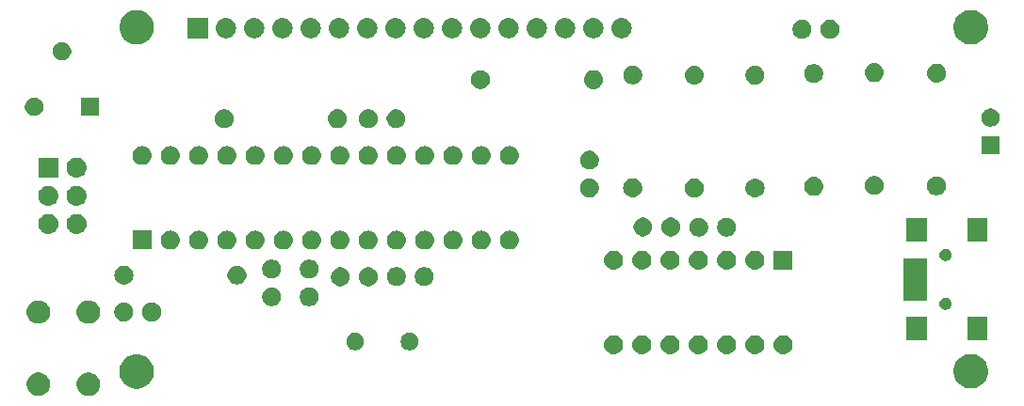
<source format=gbr>
G04 #@! TF.GenerationSoftware,KiCad,Pcbnew,(5.0.2)-1*
G04 #@! TF.CreationDate,2019-05-19T15:52:53+03:00*
G04 #@! TF.ProjectId,Skanas_frekvences_noteiksana,536b616e-6173-45f6-9672-656b76656e63,rev?*
G04 #@! TF.SameCoordinates,Original*
G04 #@! TF.FileFunction,Soldermask,Top*
G04 #@! TF.FilePolarity,Negative*
%FSLAX46Y46*%
G04 Gerber Fmt 4.6, Leading zero omitted, Abs format (unit mm)*
G04 Created by KiCad (PCBNEW (5.0.2)-1) date 5/19/2019 15:52:53*
%MOMM*%
%LPD*%
G01*
G04 APERTURE LIST*
%ADD10C,0.100000*%
G04 APERTURE END LIST*
D10*
G36*
X136674085Y-99456689D02*
X136865354Y-99535915D01*
X137037496Y-99650937D01*
X137183883Y-99797324D01*
X137298905Y-99969466D01*
X137378131Y-100160735D01*
X137418520Y-100363784D01*
X137418520Y-100570816D01*
X137378131Y-100773865D01*
X137298905Y-100965134D01*
X137183883Y-101137276D01*
X137037496Y-101283663D01*
X136865354Y-101398685D01*
X136674085Y-101477911D01*
X136471036Y-101518300D01*
X136264004Y-101518300D01*
X136060955Y-101477911D01*
X135869686Y-101398685D01*
X135697544Y-101283663D01*
X135551157Y-101137276D01*
X135436135Y-100965134D01*
X135356909Y-100773865D01*
X135316520Y-100570816D01*
X135316520Y-100363784D01*
X135356909Y-100160735D01*
X135436135Y-99969466D01*
X135551157Y-99797324D01*
X135697544Y-99650937D01*
X135869686Y-99535915D01*
X136060955Y-99456689D01*
X136264004Y-99416300D01*
X136471036Y-99416300D01*
X136674085Y-99456689D01*
X136674085Y-99456689D01*
G37*
G36*
X132174085Y-99456689D02*
X132365354Y-99535915D01*
X132537496Y-99650937D01*
X132683883Y-99797324D01*
X132798905Y-99969466D01*
X132878131Y-100160735D01*
X132918520Y-100363784D01*
X132918520Y-100570816D01*
X132878131Y-100773865D01*
X132798905Y-100965134D01*
X132683883Y-101137276D01*
X132537496Y-101283663D01*
X132365354Y-101398685D01*
X132174085Y-101477911D01*
X131971036Y-101518300D01*
X131764004Y-101518300D01*
X131560955Y-101477911D01*
X131369686Y-101398685D01*
X131197544Y-101283663D01*
X131051157Y-101137276D01*
X130936135Y-100965134D01*
X130856909Y-100773865D01*
X130816520Y-100570816D01*
X130816520Y-100363784D01*
X130856909Y-100160735D01*
X130936135Y-99969466D01*
X131051157Y-99797324D01*
X131197544Y-99650937D01*
X131369686Y-99535915D01*
X131560955Y-99456689D01*
X131764004Y-99416300D01*
X131971036Y-99416300D01*
X132174085Y-99456689D01*
X132174085Y-99456689D01*
G37*
G36*
X141055827Y-97815436D02*
X141155710Y-97835304D01*
X141437974Y-97952221D01*
X141692005Y-98121959D01*
X141908041Y-98337995D01*
X142077779Y-98592026D01*
X142194696Y-98874290D01*
X142194696Y-98874291D01*
X142254300Y-99173938D01*
X142254300Y-99479462D01*
X142220192Y-99650935D01*
X142194696Y-99779110D01*
X142077779Y-100061374D01*
X141908041Y-100315405D01*
X141692005Y-100531441D01*
X141437974Y-100701179D01*
X141155710Y-100818096D01*
X141055827Y-100837964D01*
X140856062Y-100877700D01*
X140550538Y-100877700D01*
X140350773Y-100837964D01*
X140250890Y-100818096D01*
X139968626Y-100701179D01*
X139714595Y-100531441D01*
X139498559Y-100315405D01*
X139328821Y-100061374D01*
X139211904Y-99779110D01*
X139186408Y-99650935D01*
X139152300Y-99479462D01*
X139152300Y-99173938D01*
X139211904Y-98874291D01*
X139211904Y-98874290D01*
X139328821Y-98592026D01*
X139498559Y-98337995D01*
X139714595Y-98121959D01*
X139968626Y-97952221D01*
X140250890Y-97835304D01*
X140350773Y-97815436D01*
X140550538Y-97775700D01*
X140856062Y-97775700D01*
X141055827Y-97815436D01*
X141055827Y-97815436D01*
G37*
G36*
X216049327Y-97802736D02*
X216149210Y-97822604D01*
X216431474Y-97939521D01*
X216685505Y-98109259D01*
X216901541Y-98325295D01*
X217071279Y-98579326D01*
X217076539Y-98592026D01*
X217188196Y-98861591D01*
X217247800Y-99161238D01*
X217247800Y-99466762D01*
X217234044Y-99535915D01*
X217188196Y-99766410D01*
X217071279Y-100048674D01*
X216901541Y-100302705D01*
X216685505Y-100518741D01*
X216431474Y-100688479D01*
X216149210Y-100805396D01*
X216049327Y-100825264D01*
X215849562Y-100865000D01*
X215544038Y-100865000D01*
X215344273Y-100825264D01*
X215244390Y-100805396D01*
X214962126Y-100688479D01*
X214708095Y-100518741D01*
X214492059Y-100302705D01*
X214322321Y-100048674D01*
X214205404Y-99766410D01*
X214159556Y-99535915D01*
X214145800Y-99466762D01*
X214145800Y-99161238D01*
X214205404Y-98861591D01*
X214317061Y-98592026D01*
X214322321Y-98579326D01*
X214492059Y-98325295D01*
X214708095Y-98109259D01*
X214962126Y-97939521D01*
X215244390Y-97822604D01*
X215344273Y-97802736D01*
X215544038Y-97763000D01*
X215849562Y-97763000D01*
X216049327Y-97802736D01*
X216049327Y-97802736D01*
G37*
G36*
X198985321Y-96075013D02*
X198985324Y-96075014D01*
X198985325Y-96075014D01*
X199145739Y-96123675D01*
X199145741Y-96123676D01*
X199145744Y-96123677D01*
X199293578Y-96202695D01*
X199423159Y-96309041D01*
X199529505Y-96438622D01*
X199608523Y-96586456D01*
X199657187Y-96746879D01*
X199673617Y-96913700D01*
X199657187Y-97080521D01*
X199608523Y-97240944D01*
X199529505Y-97388778D01*
X199423159Y-97518359D01*
X199293578Y-97624705D01*
X199145744Y-97703723D01*
X199145741Y-97703724D01*
X199145739Y-97703725D01*
X198985325Y-97752386D01*
X198985324Y-97752386D01*
X198985321Y-97752387D01*
X198860304Y-97764700D01*
X198776696Y-97764700D01*
X198651679Y-97752387D01*
X198651676Y-97752386D01*
X198651675Y-97752386D01*
X198491261Y-97703725D01*
X198491259Y-97703724D01*
X198491256Y-97703723D01*
X198343422Y-97624705D01*
X198213841Y-97518359D01*
X198107495Y-97388778D01*
X198028477Y-97240944D01*
X197979813Y-97080521D01*
X197963383Y-96913700D01*
X197979813Y-96746879D01*
X198028477Y-96586456D01*
X198107495Y-96438622D01*
X198213841Y-96309041D01*
X198343422Y-96202695D01*
X198491256Y-96123677D01*
X198491259Y-96123676D01*
X198491261Y-96123675D01*
X198651675Y-96075014D01*
X198651676Y-96075014D01*
X198651679Y-96075013D01*
X198776696Y-96062700D01*
X198860304Y-96062700D01*
X198985321Y-96075013D01*
X198985321Y-96075013D01*
G37*
G36*
X196445321Y-96075013D02*
X196445324Y-96075014D01*
X196445325Y-96075014D01*
X196605739Y-96123675D01*
X196605741Y-96123676D01*
X196605744Y-96123677D01*
X196753578Y-96202695D01*
X196883159Y-96309041D01*
X196989505Y-96438622D01*
X197068523Y-96586456D01*
X197117187Y-96746879D01*
X197133617Y-96913700D01*
X197117187Y-97080521D01*
X197068523Y-97240944D01*
X196989505Y-97388778D01*
X196883159Y-97518359D01*
X196753578Y-97624705D01*
X196605744Y-97703723D01*
X196605741Y-97703724D01*
X196605739Y-97703725D01*
X196445325Y-97752386D01*
X196445324Y-97752386D01*
X196445321Y-97752387D01*
X196320304Y-97764700D01*
X196236696Y-97764700D01*
X196111679Y-97752387D01*
X196111676Y-97752386D01*
X196111675Y-97752386D01*
X195951261Y-97703725D01*
X195951259Y-97703724D01*
X195951256Y-97703723D01*
X195803422Y-97624705D01*
X195673841Y-97518359D01*
X195567495Y-97388778D01*
X195488477Y-97240944D01*
X195439813Y-97080521D01*
X195423383Y-96913700D01*
X195439813Y-96746879D01*
X195488477Y-96586456D01*
X195567495Y-96438622D01*
X195673841Y-96309041D01*
X195803422Y-96202695D01*
X195951256Y-96123677D01*
X195951259Y-96123676D01*
X195951261Y-96123675D01*
X196111675Y-96075014D01*
X196111676Y-96075014D01*
X196111679Y-96075013D01*
X196236696Y-96062700D01*
X196320304Y-96062700D01*
X196445321Y-96075013D01*
X196445321Y-96075013D01*
G37*
G36*
X193905321Y-96075013D02*
X193905324Y-96075014D01*
X193905325Y-96075014D01*
X194065739Y-96123675D01*
X194065741Y-96123676D01*
X194065744Y-96123677D01*
X194213578Y-96202695D01*
X194343159Y-96309041D01*
X194449505Y-96438622D01*
X194528523Y-96586456D01*
X194577187Y-96746879D01*
X194593617Y-96913700D01*
X194577187Y-97080521D01*
X194528523Y-97240944D01*
X194449505Y-97388778D01*
X194343159Y-97518359D01*
X194213578Y-97624705D01*
X194065744Y-97703723D01*
X194065741Y-97703724D01*
X194065739Y-97703725D01*
X193905325Y-97752386D01*
X193905324Y-97752386D01*
X193905321Y-97752387D01*
X193780304Y-97764700D01*
X193696696Y-97764700D01*
X193571679Y-97752387D01*
X193571676Y-97752386D01*
X193571675Y-97752386D01*
X193411261Y-97703725D01*
X193411259Y-97703724D01*
X193411256Y-97703723D01*
X193263422Y-97624705D01*
X193133841Y-97518359D01*
X193027495Y-97388778D01*
X192948477Y-97240944D01*
X192899813Y-97080521D01*
X192883383Y-96913700D01*
X192899813Y-96746879D01*
X192948477Y-96586456D01*
X193027495Y-96438622D01*
X193133841Y-96309041D01*
X193263422Y-96202695D01*
X193411256Y-96123677D01*
X193411259Y-96123676D01*
X193411261Y-96123675D01*
X193571675Y-96075014D01*
X193571676Y-96075014D01*
X193571679Y-96075013D01*
X193696696Y-96062700D01*
X193780304Y-96062700D01*
X193905321Y-96075013D01*
X193905321Y-96075013D01*
G37*
G36*
X191365321Y-96075013D02*
X191365324Y-96075014D01*
X191365325Y-96075014D01*
X191525739Y-96123675D01*
X191525741Y-96123676D01*
X191525744Y-96123677D01*
X191673578Y-96202695D01*
X191803159Y-96309041D01*
X191909505Y-96438622D01*
X191988523Y-96586456D01*
X192037187Y-96746879D01*
X192053617Y-96913700D01*
X192037187Y-97080521D01*
X191988523Y-97240944D01*
X191909505Y-97388778D01*
X191803159Y-97518359D01*
X191673578Y-97624705D01*
X191525744Y-97703723D01*
X191525741Y-97703724D01*
X191525739Y-97703725D01*
X191365325Y-97752386D01*
X191365324Y-97752386D01*
X191365321Y-97752387D01*
X191240304Y-97764700D01*
X191156696Y-97764700D01*
X191031679Y-97752387D01*
X191031676Y-97752386D01*
X191031675Y-97752386D01*
X190871261Y-97703725D01*
X190871259Y-97703724D01*
X190871256Y-97703723D01*
X190723422Y-97624705D01*
X190593841Y-97518359D01*
X190487495Y-97388778D01*
X190408477Y-97240944D01*
X190359813Y-97080521D01*
X190343383Y-96913700D01*
X190359813Y-96746879D01*
X190408477Y-96586456D01*
X190487495Y-96438622D01*
X190593841Y-96309041D01*
X190723422Y-96202695D01*
X190871256Y-96123677D01*
X190871259Y-96123676D01*
X190871261Y-96123675D01*
X191031675Y-96075014D01*
X191031676Y-96075014D01*
X191031679Y-96075013D01*
X191156696Y-96062700D01*
X191240304Y-96062700D01*
X191365321Y-96075013D01*
X191365321Y-96075013D01*
G37*
G36*
X188825321Y-96075013D02*
X188825324Y-96075014D01*
X188825325Y-96075014D01*
X188985739Y-96123675D01*
X188985741Y-96123676D01*
X188985744Y-96123677D01*
X189133578Y-96202695D01*
X189263159Y-96309041D01*
X189369505Y-96438622D01*
X189448523Y-96586456D01*
X189497187Y-96746879D01*
X189513617Y-96913700D01*
X189497187Y-97080521D01*
X189448523Y-97240944D01*
X189369505Y-97388778D01*
X189263159Y-97518359D01*
X189133578Y-97624705D01*
X188985744Y-97703723D01*
X188985741Y-97703724D01*
X188985739Y-97703725D01*
X188825325Y-97752386D01*
X188825324Y-97752386D01*
X188825321Y-97752387D01*
X188700304Y-97764700D01*
X188616696Y-97764700D01*
X188491679Y-97752387D01*
X188491676Y-97752386D01*
X188491675Y-97752386D01*
X188331261Y-97703725D01*
X188331259Y-97703724D01*
X188331256Y-97703723D01*
X188183422Y-97624705D01*
X188053841Y-97518359D01*
X187947495Y-97388778D01*
X187868477Y-97240944D01*
X187819813Y-97080521D01*
X187803383Y-96913700D01*
X187819813Y-96746879D01*
X187868477Y-96586456D01*
X187947495Y-96438622D01*
X188053841Y-96309041D01*
X188183422Y-96202695D01*
X188331256Y-96123677D01*
X188331259Y-96123676D01*
X188331261Y-96123675D01*
X188491675Y-96075014D01*
X188491676Y-96075014D01*
X188491679Y-96075013D01*
X188616696Y-96062700D01*
X188700304Y-96062700D01*
X188825321Y-96075013D01*
X188825321Y-96075013D01*
G37*
G36*
X186285321Y-96075013D02*
X186285324Y-96075014D01*
X186285325Y-96075014D01*
X186445739Y-96123675D01*
X186445741Y-96123676D01*
X186445744Y-96123677D01*
X186593578Y-96202695D01*
X186723159Y-96309041D01*
X186829505Y-96438622D01*
X186908523Y-96586456D01*
X186957187Y-96746879D01*
X186973617Y-96913700D01*
X186957187Y-97080521D01*
X186908523Y-97240944D01*
X186829505Y-97388778D01*
X186723159Y-97518359D01*
X186593578Y-97624705D01*
X186445744Y-97703723D01*
X186445741Y-97703724D01*
X186445739Y-97703725D01*
X186285325Y-97752386D01*
X186285324Y-97752386D01*
X186285321Y-97752387D01*
X186160304Y-97764700D01*
X186076696Y-97764700D01*
X185951679Y-97752387D01*
X185951676Y-97752386D01*
X185951675Y-97752386D01*
X185791261Y-97703725D01*
X185791259Y-97703724D01*
X185791256Y-97703723D01*
X185643422Y-97624705D01*
X185513841Y-97518359D01*
X185407495Y-97388778D01*
X185328477Y-97240944D01*
X185279813Y-97080521D01*
X185263383Y-96913700D01*
X185279813Y-96746879D01*
X185328477Y-96586456D01*
X185407495Y-96438622D01*
X185513841Y-96309041D01*
X185643422Y-96202695D01*
X185791256Y-96123677D01*
X185791259Y-96123676D01*
X185791261Y-96123675D01*
X185951675Y-96075014D01*
X185951676Y-96075014D01*
X185951679Y-96075013D01*
X186076696Y-96062700D01*
X186160304Y-96062700D01*
X186285321Y-96075013D01*
X186285321Y-96075013D01*
G37*
G36*
X183745321Y-96075013D02*
X183745324Y-96075014D01*
X183745325Y-96075014D01*
X183905739Y-96123675D01*
X183905741Y-96123676D01*
X183905744Y-96123677D01*
X184053578Y-96202695D01*
X184183159Y-96309041D01*
X184289505Y-96438622D01*
X184368523Y-96586456D01*
X184417187Y-96746879D01*
X184433617Y-96913700D01*
X184417187Y-97080521D01*
X184368523Y-97240944D01*
X184289505Y-97388778D01*
X184183159Y-97518359D01*
X184053578Y-97624705D01*
X183905744Y-97703723D01*
X183905741Y-97703724D01*
X183905739Y-97703725D01*
X183745325Y-97752386D01*
X183745324Y-97752386D01*
X183745321Y-97752387D01*
X183620304Y-97764700D01*
X183536696Y-97764700D01*
X183411679Y-97752387D01*
X183411676Y-97752386D01*
X183411675Y-97752386D01*
X183251261Y-97703725D01*
X183251259Y-97703724D01*
X183251256Y-97703723D01*
X183103422Y-97624705D01*
X182973841Y-97518359D01*
X182867495Y-97388778D01*
X182788477Y-97240944D01*
X182739813Y-97080521D01*
X182723383Y-96913700D01*
X182739813Y-96746879D01*
X182788477Y-96586456D01*
X182867495Y-96438622D01*
X182973841Y-96309041D01*
X183103422Y-96202695D01*
X183251256Y-96123677D01*
X183251259Y-96123676D01*
X183251261Y-96123675D01*
X183411675Y-96075014D01*
X183411676Y-96075014D01*
X183411679Y-96075013D01*
X183536696Y-96062700D01*
X183620304Y-96062700D01*
X183745321Y-96075013D01*
X183745321Y-96075013D01*
G37*
G36*
X160578763Y-95856461D02*
X160724535Y-95916842D01*
X160855731Y-96004504D01*
X160967296Y-96116069D01*
X161054958Y-96247265D01*
X161115339Y-96393037D01*
X161146120Y-96547787D01*
X161146120Y-96705573D01*
X161115339Y-96860323D01*
X161054958Y-97006095D01*
X160967296Y-97137291D01*
X160855731Y-97248856D01*
X160724535Y-97336518D01*
X160578763Y-97396899D01*
X160424013Y-97427680D01*
X160266227Y-97427680D01*
X160111477Y-97396899D01*
X159965705Y-97336518D01*
X159834509Y-97248856D01*
X159722944Y-97137291D01*
X159635282Y-97006095D01*
X159574901Y-96860323D01*
X159544120Y-96705573D01*
X159544120Y-96547787D01*
X159574901Y-96393037D01*
X159635282Y-96247265D01*
X159722944Y-96116069D01*
X159834509Y-96004504D01*
X159965705Y-95916842D01*
X160111477Y-95856461D01*
X160266227Y-95825680D01*
X160424013Y-95825680D01*
X160578763Y-95856461D01*
X160578763Y-95856461D01*
G37*
G36*
X165478763Y-95856461D02*
X165624535Y-95916842D01*
X165755731Y-96004504D01*
X165867296Y-96116069D01*
X165954958Y-96247265D01*
X166015339Y-96393037D01*
X166046120Y-96547787D01*
X166046120Y-96705573D01*
X166015339Y-96860323D01*
X165954958Y-97006095D01*
X165867296Y-97137291D01*
X165755731Y-97248856D01*
X165624535Y-97336518D01*
X165478763Y-97396899D01*
X165324013Y-97427680D01*
X165166227Y-97427680D01*
X165011477Y-97396899D01*
X164865705Y-97336518D01*
X164734509Y-97248856D01*
X164622944Y-97137291D01*
X164535282Y-97006095D01*
X164474901Y-96860323D01*
X164444120Y-96705573D01*
X164444120Y-96547787D01*
X164474901Y-96393037D01*
X164535282Y-96247265D01*
X164622944Y-96116069D01*
X164734509Y-96004504D01*
X164865705Y-95916842D01*
X165011477Y-95856461D01*
X165166227Y-95825680D01*
X165324013Y-95825680D01*
X165478763Y-95856461D01*
X165478763Y-95856461D01*
G37*
G36*
X211709260Y-96519360D02*
X209907260Y-96519360D01*
X209907260Y-94417360D01*
X211709260Y-94417360D01*
X211709260Y-96519360D01*
X211709260Y-96519360D01*
G37*
G36*
X217159260Y-96519360D02*
X215357260Y-96519360D01*
X215357260Y-94417360D01*
X217159260Y-94417360D01*
X217159260Y-96519360D01*
X217159260Y-96519360D01*
G37*
G36*
X132174085Y-92956689D02*
X132365354Y-93035915D01*
X132537496Y-93150937D01*
X132683883Y-93297324D01*
X132798905Y-93469466D01*
X132878131Y-93660735D01*
X132918520Y-93863784D01*
X132918520Y-94070816D01*
X132878131Y-94273865D01*
X132798905Y-94465134D01*
X132683883Y-94637276D01*
X132537496Y-94783663D01*
X132365354Y-94898685D01*
X132174085Y-94977911D01*
X131971036Y-95018300D01*
X131764004Y-95018300D01*
X131560955Y-94977911D01*
X131369686Y-94898685D01*
X131197544Y-94783663D01*
X131051157Y-94637276D01*
X130936135Y-94465134D01*
X130856909Y-94273865D01*
X130816520Y-94070816D01*
X130816520Y-93863784D01*
X130856909Y-93660735D01*
X130936135Y-93469466D01*
X131051157Y-93297324D01*
X131197544Y-93150937D01*
X131369686Y-93035915D01*
X131560955Y-92956689D01*
X131764004Y-92916300D01*
X131971036Y-92916300D01*
X132174085Y-92956689D01*
X132174085Y-92956689D01*
G37*
G36*
X136674085Y-92956689D02*
X136865354Y-93035915D01*
X137037496Y-93150937D01*
X137183883Y-93297324D01*
X137298905Y-93469466D01*
X137378131Y-93660735D01*
X137418520Y-93863784D01*
X137418520Y-94070816D01*
X137378131Y-94273865D01*
X137298905Y-94465134D01*
X137183883Y-94637276D01*
X137037496Y-94783663D01*
X136865354Y-94898685D01*
X136674085Y-94977911D01*
X136471036Y-95018300D01*
X136264004Y-95018300D01*
X136060955Y-94977911D01*
X135869686Y-94898685D01*
X135697544Y-94783663D01*
X135551157Y-94637276D01*
X135436135Y-94465134D01*
X135356909Y-94273865D01*
X135316520Y-94070816D01*
X135316520Y-93863784D01*
X135356909Y-93660735D01*
X135436135Y-93469466D01*
X135551157Y-93297324D01*
X135697544Y-93150937D01*
X135869686Y-93035915D01*
X136060955Y-92956689D01*
X136264004Y-92916300D01*
X136471036Y-92916300D01*
X136674085Y-92956689D01*
X136674085Y-92956689D01*
G37*
G36*
X142300268Y-93146463D02*
X142455140Y-93210613D01*
X142594521Y-93303745D01*
X142713055Y-93422279D01*
X142806187Y-93561660D01*
X142870337Y-93716532D01*
X142903040Y-93880944D01*
X142903040Y-94048576D01*
X142870337Y-94212988D01*
X142806187Y-94367860D01*
X142713055Y-94507241D01*
X142594521Y-94625775D01*
X142455140Y-94718907D01*
X142300268Y-94783057D01*
X142135856Y-94815760D01*
X141968224Y-94815760D01*
X141803812Y-94783057D01*
X141648940Y-94718907D01*
X141509559Y-94625775D01*
X141391025Y-94507241D01*
X141297893Y-94367860D01*
X141233743Y-94212988D01*
X141201040Y-94048576D01*
X141201040Y-93880944D01*
X141233743Y-93716532D01*
X141297893Y-93561660D01*
X141391025Y-93422279D01*
X141509559Y-93303745D01*
X141648940Y-93210613D01*
X141803812Y-93146463D01*
X141968224Y-93113760D01*
X142135856Y-93113760D01*
X142300268Y-93146463D01*
X142300268Y-93146463D01*
G37*
G36*
X139800268Y-93146463D02*
X139955140Y-93210613D01*
X140094521Y-93303745D01*
X140213055Y-93422279D01*
X140306187Y-93561660D01*
X140370337Y-93716532D01*
X140403040Y-93880944D01*
X140403040Y-94048576D01*
X140370337Y-94212988D01*
X140306187Y-94367860D01*
X140213055Y-94507241D01*
X140094521Y-94625775D01*
X139955140Y-94718907D01*
X139800268Y-94783057D01*
X139635856Y-94815760D01*
X139468224Y-94815760D01*
X139303812Y-94783057D01*
X139148940Y-94718907D01*
X139009559Y-94625775D01*
X138891025Y-94507241D01*
X138797893Y-94367860D01*
X138733743Y-94212988D01*
X138701040Y-94048576D01*
X138701040Y-93880944D01*
X138733743Y-93716532D01*
X138797893Y-93561660D01*
X138891025Y-93422279D01*
X139009559Y-93303745D01*
X139148940Y-93210613D01*
X139303812Y-93146463D01*
X139468224Y-93113760D01*
X139635856Y-93113760D01*
X139800268Y-93146463D01*
X139800268Y-93146463D01*
G37*
G36*
X213568981Y-92688534D02*
X213669255Y-92730069D01*
X213759505Y-92790372D01*
X213836248Y-92867115D01*
X213896551Y-92957365D01*
X213938086Y-93057639D01*
X213959260Y-93164090D01*
X213959260Y-93272630D01*
X213938086Y-93379081D01*
X213896551Y-93479355D01*
X213836248Y-93569605D01*
X213759505Y-93646348D01*
X213669255Y-93706651D01*
X213568981Y-93748186D01*
X213462530Y-93769360D01*
X213353990Y-93769360D01*
X213247539Y-93748186D01*
X213147265Y-93706651D01*
X213057015Y-93646348D01*
X212980272Y-93569605D01*
X212919969Y-93479355D01*
X212878434Y-93379081D01*
X212857260Y-93272630D01*
X212857260Y-93164090D01*
X212878434Y-93057639D01*
X212919969Y-92957365D01*
X212980272Y-92867115D01*
X213057015Y-92790372D01*
X213147265Y-92730069D01*
X213247539Y-92688534D01*
X213353990Y-92667360D01*
X213462530Y-92667360D01*
X213568981Y-92688534D01*
X213568981Y-92688534D01*
G37*
G36*
X153095268Y-91775503D02*
X153250140Y-91839653D01*
X153389521Y-91932785D01*
X153508055Y-92051319D01*
X153601187Y-92190700D01*
X153665337Y-92345572D01*
X153698040Y-92509984D01*
X153698040Y-92677616D01*
X153665337Y-92842028D01*
X153601187Y-92996900D01*
X153508055Y-93136281D01*
X153389521Y-93254815D01*
X153250140Y-93347947D01*
X153095268Y-93412097D01*
X152930856Y-93444800D01*
X152763224Y-93444800D01*
X152598812Y-93412097D01*
X152443940Y-93347947D01*
X152304559Y-93254815D01*
X152186025Y-93136281D01*
X152092893Y-92996900D01*
X152028743Y-92842028D01*
X151996040Y-92677616D01*
X151996040Y-92509984D01*
X152028743Y-92345572D01*
X152092893Y-92190700D01*
X152186025Y-92051319D01*
X152304559Y-91932785D01*
X152443940Y-91839653D01*
X152598812Y-91775503D01*
X152763224Y-91742800D01*
X152930856Y-91742800D01*
X153095268Y-91775503D01*
X153095268Y-91775503D01*
G37*
G36*
X156463308Y-91775503D02*
X156618180Y-91839653D01*
X156757561Y-91932785D01*
X156876095Y-92051319D01*
X156969227Y-92190700D01*
X157033377Y-92345572D01*
X157066080Y-92509984D01*
X157066080Y-92677616D01*
X157033377Y-92842028D01*
X156969227Y-92996900D01*
X156876095Y-93136281D01*
X156757561Y-93254815D01*
X156618180Y-93347947D01*
X156463308Y-93412097D01*
X156298896Y-93444800D01*
X156131264Y-93444800D01*
X155966852Y-93412097D01*
X155811980Y-93347947D01*
X155672599Y-93254815D01*
X155554065Y-93136281D01*
X155460933Y-92996900D01*
X155396783Y-92842028D01*
X155364080Y-92677616D01*
X155364080Y-92509984D01*
X155396783Y-92345572D01*
X155460933Y-92190700D01*
X155554065Y-92051319D01*
X155672599Y-91932785D01*
X155811980Y-91839653D01*
X155966852Y-91775503D01*
X156131264Y-91742800D01*
X156298896Y-91742800D01*
X156463308Y-91775503D01*
X156463308Y-91775503D01*
G37*
G36*
X211759260Y-92919360D02*
X209657260Y-92919360D01*
X209657260Y-89117360D01*
X211759260Y-89117360D01*
X211759260Y-92919360D01*
X211759260Y-92919360D01*
G37*
G36*
X161771908Y-89981623D02*
X161926780Y-90045773D01*
X162066161Y-90138905D01*
X162184695Y-90257439D01*
X162277827Y-90396820D01*
X162341977Y-90551692D01*
X162374680Y-90716104D01*
X162374680Y-90883736D01*
X162341977Y-91048148D01*
X162277827Y-91203020D01*
X162184695Y-91342401D01*
X162066161Y-91460935D01*
X161926780Y-91554067D01*
X161771908Y-91618217D01*
X161607496Y-91650920D01*
X161439864Y-91650920D01*
X161275452Y-91618217D01*
X161120580Y-91554067D01*
X160981199Y-91460935D01*
X160862665Y-91342401D01*
X160769533Y-91203020D01*
X160705383Y-91048148D01*
X160672680Y-90883736D01*
X160672680Y-90716104D01*
X160705383Y-90551692D01*
X160769533Y-90396820D01*
X160862665Y-90257439D01*
X160981199Y-90138905D01*
X161120580Y-90045773D01*
X161275452Y-89981623D01*
X161439864Y-89948920D01*
X161607496Y-89948920D01*
X161771908Y-89981623D01*
X161771908Y-89981623D01*
G37*
G36*
X159271908Y-89981623D02*
X159426780Y-90045773D01*
X159566161Y-90138905D01*
X159684695Y-90257439D01*
X159777827Y-90396820D01*
X159841977Y-90551692D01*
X159874680Y-90716104D01*
X159874680Y-90883736D01*
X159841977Y-91048148D01*
X159777827Y-91203020D01*
X159684695Y-91342401D01*
X159566161Y-91460935D01*
X159426780Y-91554067D01*
X159271908Y-91618217D01*
X159107496Y-91650920D01*
X158939864Y-91650920D01*
X158775452Y-91618217D01*
X158620580Y-91554067D01*
X158481199Y-91460935D01*
X158362665Y-91342401D01*
X158269533Y-91203020D01*
X158205383Y-91048148D01*
X158172680Y-90883736D01*
X158172680Y-90716104D01*
X158205383Y-90551692D01*
X158269533Y-90396820D01*
X158362665Y-90257439D01*
X158481199Y-90138905D01*
X158620580Y-90045773D01*
X158775452Y-89981623D01*
X158939864Y-89948920D01*
X159107496Y-89948920D01*
X159271908Y-89981623D01*
X159271908Y-89981623D01*
G37*
G36*
X166801748Y-89956223D02*
X166956620Y-90020373D01*
X167096001Y-90113505D01*
X167214535Y-90232039D01*
X167307667Y-90371420D01*
X167371817Y-90526292D01*
X167404520Y-90690704D01*
X167404520Y-90858336D01*
X167371817Y-91022748D01*
X167307667Y-91177620D01*
X167214535Y-91317001D01*
X167096001Y-91435535D01*
X166956620Y-91528667D01*
X166801748Y-91592817D01*
X166637336Y-91625520D01*
X166469704Y-91625520D01*
X166305292Y-91592817D01*
X166150420Y-91528667D01*
X166011039Y-91435535D01*
X165892505Y-91317001D01*
X165799373Y-91177620D01*
X165735223Y-91022748D01*
X165702520Y-90858336D01*
X165702520Y-90690704D01*
X165735223Y-90526292D01*
X165799373Y-90371420D01*
X165892505Y-90232039D01*
X166011039Y-90113505D01*
X166150420Y-90020373D01*
X166305292Y-89956223D01*
X166469704Y-89923520D01*
X166637336Y-89923520D01*
X166801748Y-89956223D01*
X166801748Y-89956223D01*
G37*
G36*
X164301748Y-89956223D02*
X164456620Y-90020373D01*
X164596001Y-90113505D01*
X164714535Y-90232039D01*
X164807667Y-90371420D01*
X164871817Y-90526292D01*
X164904520Y-90690704D01*
X164904520Y-90858336D01*
X164871817Y-91022748D01*
X164807667Y-91177620D01*
X164714535Y-91317001D01*
X164596001Y-91435535D01*
X164456620Y-91528667D01*
X164301748Y-91592817D01*
X164137336Y-91625520D01*
X163969704Y-91625520D01*
X163805292Y-91592817D01*
X163650420Y-91528667D01*
X163511039Y-91435535D01*
X163392505Y-91317001D01*
X163299373Y-91177620D01*
X163235223Y-91022748D01*
X163202520Y-90858336D01*
X163202520Y-90690704D01*
X163235223Y-90526292D01*
X163299373Y-90371420D01*
X163392505Y-90232039D01*
X163511039Y-90113505D01*
X163650420Y-90020373D01*
X163805292Y-89956223D01*
X163969704Y-89923520D01*
X164137336Y-89923520D01*
X164301748Y-89956223D01*
X164301748Y-89956223D01*
G37*
G36*
X149971068Y-89829223D02*
X150125940Y-89893373D01*
X150265321Y-89986505D01*
X150383855Y-90105039D01*
X150476987Y-90244420D01*
X150541137Y-90399292D01*
X150573840Y-90563704D01*
X150573840Y-90731336D01*
X150541137Y-90895748D01*
X150476987Y-91050620D01*
X150383855Y-91190001D01*
X150265321Y-91308535D01*
X150125940Y-91401667D01*
X149971068Y-91465817D01*
X149806656Y-91498520D01*
X149639024Y-91498520D01*
X149474612Y-91465817D01*
X149319740Y-91401667D01*
X149180359Y-91308535D01*
X149061825Y-91190001D01*
X148968693Y-91050620D01*
X148904543Y-90895748D01*
X148871840Y-90731336D01*
X148871840Y-90563704D01*
X148904543Y-90399292D01*
X148968693Y-90244420D01*
X149061825Y-90105039D01*
X149180359Y-89986505D01*
X149319740Y-89893373D01*
X149474612Y-89829223D01*
X149639024Y-89796520D01*
X149806656Y-89796520D01*
X149971068Y-89829223D01*
X149971068Y-89829223D01*
G37*
G36*
X139729661Y-89808833D02*
X139729664Y-89808834D01*
X139729665Y-89808834D01*
X139890079Y-89857495D01*
X139890081Y-89857496D01*
X139890084Y-89857497D01*
X140037918Y-89936515D01*
X140167499Y-90042861D01*
X140273845Y-90172442D01*
X140352863Y-90320276D01*
X140352864Y-90320279D01*
X140352865Y-90320281D01*
X140401526Y-90480695D01*
X140401527Y-90480699D01*
X140417957Y-90647520D01*
X140401527Y-90814341D01*
X140401526Y-90814344D01*
X140401526Y-90814345D01*
X140371874Y-90912096D01*
X140352863Y-90974764D01*
X140273845Y-91122598D01*
X140167499Y-91252179D01*
X140037918Y-91358525D01*
X139890084Y-91437543D01*
X139890081Y-91437544D01*
X139890079Y-91437545D01*
X139729665Y-91486206D01*
X139729664Y-91486206D01*
X139729661Y-91486207D01*
X139604644Y-91498520D01*
X139521036Y-91498520D01*
X139396019Y-91486207D01*
X139396016Y-91486206D01*
X139396015Y-91486206D01*
X139235601Y-91437545D01*
X139235599Y-91437544D01*
X139235596Y-91437543D01*
X139087762Y-91358525D01*
X138958181Y-91252179D01*
X138851835Y-91122598D01*
X138772817Y-90974764D01*
X138753807Y-90912096D01*
X138724154Y-90814345D01*
X138724154Y-90814344D01*
X138724153Y-90814341D01*
X138707723Y-90647520D01*
X138724153Y-90480699D01*
X138724154Y-90480695D01*
X138772815Y-90320281D01*
X138772816Y-90320279D01*
X138772817Y-90320276D01*
X138851835Y-90172442D01*
X138958181Y-90042861D01*
X139087762Y-89936515D01*
X139235596Y-89857497D01*
X139235599Y-89857496D01*
X139235601Y-89857495D01*
X139396015Y-89808834D01*
X139396016Y-89808834D01*
X139396019Y-89808833D01*
X139521036Y-89796520D01*
X139604644Y-89796520D01*
X139729661Y-89808833D01*
X139729661Y-89808833D01*
G37*
G36*
X153095268Y-89275503D02*
X153250140Y-89339653D01*
X153389521Y-89432785D01*
X153508055Y-89551319D01*
X153601187Y-89690700D01*
X153665337Y-89845572D01*
X153698040Y-90009984D01*
X153698040Y-90177616D01*
X153665337Y-90342028D01*
X153601187Y-90496900D01*
X153508055Y-90636281D01*
X153389521Y-90754815D01*
X153250140Y-90847947D01*
X153095268Y-90912097D01*
X152930856Y-90944800D01*
X152763224Y-90944800D01*
X152598812Y-90912097D01*
X152443940Y-90847947D01*
X152304559Y-90754815D01*
X152186025Y-90636281D01*
X152092893Y-90496900D01*
X152028743Y-90342028D01*
X151996040Y-90177616D01*
X151996040Y-90009984D01*
X152028743Y-89845572D01*
X152092893Y-89690700D01*
X152186025Y-89551319D01*
X152304559Y-89432785D01*
X152443940Y-89339653D01*
X152598812Y-89275503D01*
X152763224Y-89242800D01*
X152930856Y-89242800D01*
X153095268Y-89275503D01*
X153095268Y-89275503D01*
G37*
G36*
X156463308Y-89275503D02*
X156618180Y-89339653D01*
X156757561Y-89432785D01*
X156876095Y-89551319D01*
X156969227Y-89690700D01*
X157033377Y-89845572D01*
X157066080Y-90009984D01*
X157066080Y-90177616D01*
X157033377Y-90342028D01*
X156969227Y-90496900D01*
X156876095Y-90636281D01*
X156757561Y-90754815D01*
X156618180Y-90847947D01*
X156463308Y-90912097D01*
X156298896Y-90944800D01*
X156131264Y-90944800D01*
X155966852Y-90912097D01*
X155811980Y-90847947D01*
X155672599Y-90754815D01*
X155554065Y-90636281D01*
X155460933Y-90496900D01*
X155396783Y-90342028D01*
X155364080Y-90177616D01*
X155364080Y-90009984D01*
X155396783Y-89845572D01*
X155460933Y-89690700D01*
X155554065Y-89551319D01*
X155672599Y-89432785D01*
X155811980Y-89339653D01*
X155966852Y-89275503D01*
X156131264Y-89242800D01*
X156298896Y-89242800D01*
X156463308Y-89275503D01*
X156463308Y-89275503D01*
G37*
G36*
X193905321Y-88455013D02*
X193905324Y-88455014D01*
X193905325Y-88455014D01*
X194065739Y-88503675D01*
X194065741Y-88503676D01*
X194065744Y-88503677D01*
X194213578Y-88582695D01*
X194343159Y-88689041D01*
X194449505Y-88818622D01*
X194528523Y-88966456D01*
X194528524Y-88966459D01*
X194528525Y-88966461D01*
X194577186Y-89126875D01*
X194577187Y-89126879D01*
X194593617Y-89293700D01*
X194577187Y-89460521D01*
X194528523Y-89620944D01*
X194449505Y-89768778D01*
X194343159Y-89898359D01*
X194213578Y-90004705D01*
X194065744Y-90083723D01*
X194065741Y-90083724D01*
X194065739Y-90083725D01*
X193905325Y-90132386D01*
X193905324Y-90132386D01*
X193905321Y-90132387D01*
X193780304Y-90144700D01*
X193696696Y-90144700D01*
X193571679Y-90132387D01*
X193571676Y-90132386D01*
X193571675Y-90132386D01*
X193411261Y-90083725D01*
X193411259Y-90083724D01*
X193411256Y-90083723D01*
X193263422Y-90004705D01*
X193133841Y-89898359D01*
X193027495Y-89768778D01*
X192948477Y-89620944D01*
X192899813Y-89460521D01*
X192883383Y-89293700D01*
X192899813Y-89126879D01*
X192899814Y-89126875D01*
X192948475Y-88966461D01*
X192948476Y-88966459D01*
X192948477Y-88966456D01*
X193027495Y-88818622D01*
X193133841Y-88689041D01*
X193263422Y-88582695D01*
X193411256Y-88503677D01*
X193411259Y-88503676D01*
X193411261Y-88503675D01*
X193571675Y-88455014D01*
X193571676Y-88455014D01*
X193571679Y-88455013D01*
X193696696Y-88442700D01*
X193780304Y-88442700D01*
X193905321Y-88455013D01*
X193905321Y-88455013D01*
G37*
G36*
X183745321Y-88455013D02*
X183745324Y-88455014D01*
X183745325Y-88455014D01*
X183905739Y-88503675D01*
X183905741Y-88503676D01*
X183905744Y-88503677D01*
X184053578Y-88582695D01*
X184183159Y-88689041D01*
X184289505Y-88818622D01*
X184368523Y-88966456D01*
X184368524Y-88966459D01*
X184368525Y-88966461D01*
X184417186Y-89126875D01*
X184417187Y-89126879D01*
X184433617Y-89293700D01*
X184417187Y-89460521D01*
X184368523Y-89620944D01*
X184289505Y-89768778D01*
X184183159Y-89898359D01*
X184053578Y-90004705D01*
X183905744Y-90083723D01*
X183905741Y-90083724D01*
X183905739Y-90083725D01*
X183745325Y-90132386D01*
X183745324Y-90132386D01*
X183745321Y-90132387D01*
X183620304Y-90144700D01*
X183536696Y-90144700D01*
X183411679Y-90132387D01*
X183411676Y-90132386D01*
X183411675Y-90132386D01*
X183251261Y-90083725D01*
X183251259Y-90083724D01*
X183251256Y-90083723D01*
X183103422Y-90004705D01*
X182973841Y-89898359D01*
X182867495Y-89768778D01*
X182788477Y-89620944D01*
X182739813Y-89460521D01*
X182723383Y-89293700D01*
X182739813Y-89126879D01*
X182739814Y-89126875D01*
X182788475Y-88966461D01*
X182788476Y-88966459D01*
X182788477Y-88966456D01*
X182867495Y-88818622D01*
X182973841Y-88689041D01*
X183103422Y-88582695D01*
X183251256Y-88503677D01*
X183251259Y-88503676D01*
X183251261Y-88503675D01*
X183411675Y-88455014D01*
X183411676Y-88455014D01*
X183411679Y-88455013D01*
X183536696Y-88442700D01*
X183620304Y-88442700D01*
X183745321Y-88455013D01*
X183745321Y-88455013D01*
G37*
G36*
X186285321Y-88455013D02*
X186285324Y-88455014D01*
X186285325Y-88455014D01*
X186445739Y-88503675D01*
X186445741Y-88503676D01*
X186445744Y-88503677D01*
X186593578Y-88582695D01*
X186723159Y-88689041D01*
X186829505Y-88818622D01*
X186908523Y-88966456D01*
X186908524Y-88966459D01*
X186908525Y-88966461D01*
X186957186Y-89126875D01*
X186957187Y-89126879D01*
X186973617Y-89293700D01*
X186957187Y-89460521D01*
X186908523Y-89620944D01*
X186829505Y-89768778D01*
X186723159Y-89898359D01*
X186593578Y-90004705D01*
X186445744Y-90083723D01*
X186445741Y-90083724D01*
X186445739Y-90083725D01*
X186285325Y-90132386D01*
X186285324Y-90132386D01*
X186285321Y-90132387D01*
X186160304Y-90144700D01*
X186076696Y-90144700D01*
X185951679Y-90132387D01*
X185951676Y-90132386D01*
X185951675Y-90132386D01*
X185791261Y-90083725D01*
X185791259Y-90083724D01*
X185791256Y-90083723D01*
X185643422Y-90004705D01*
X185513841Y-89898359D01*
X185407495Y-89768778D01*
X185328477Y-89620944D01*
X185279813Y-89460521D01*
X185263383Y-89293700D01*
X185279813Y-89126879D01*
X185279814Y-89126875D01*
X185328475Y-88966461D01*
X185328476Y-88966459D01*
X185328477Y-88966456D01*
X185407495Y-88818622D01*
X185513841Y-88689041D01*
X185643422Y-88582695D01*
X185791256Y-88503677D01*
X185791259Y-88503676D01*
X185791261Y-88503675D01*
X185951675Y-88455014D01*
X185951676Y-88455014D01*
X185951679Y-88455013D01*
X186076696Y-88442700D01*
X186160304Y-88442700D01*
X186285321Y-88455013D01*
X186285321Y-88455013D01*
G37*
G36*
X199669500Y-90144700D02*
X197967500Y-90144700D01*
X197967500Y-88442700D01*
X199669500Y-88442700D01*
X199669500Y-90144700D01*
X199669500Y-90144700D01*
G37*
G36*
X188825321Y-88455013D02*
X188825324Y-88455014D01*
X188825325Y-88455014D01*
X188985739Y-88503675D01*
X188985741Y-88503676D01*
X188985744Y-88503677D01*
X189133578Y-88582695D01*
X189263159Y-88689041D01*
X189369505Y-88818622D01*
X189448523Y-88966456D01*
X189448524Y-88966459D01*
X189448525Y-88966461D01*
X189497186Y-89126875D01*
X189497187Y-89126879D01*
X189513617Y-89293700D01*
X189497187Y-89460521D01*
X189448523Y-89620944D01*
X189369505Y-89768778D01*
X189263159Y-89898359D01*
X189133578Y-90004705D01*
X188985744Y-90083723D01*
X188985741Y-90083724D01*
X188985739Y-90083725D01*
X188825325Y-90132386D01*
X188825324Y-90132386D01*
X188825321Y-90132387D01*
X188700304Y-90144700D01*
X188616696Y-90144700D01*
X188491679Y-90132387D01*
X188491676Y-90132386D01*
X188491675Y-90132386D01*
X188331261Y-90083725D01*
X188331259Y-90083724D01*
X188331256Y-90083723D01*
X188183422Y-90004705D01*
X188053841Y-89898359D01*
X187947495Y-89768778D01*
X187868477Y-89620944D01*
X187819813Y-89460521D01*
X187803383Y-89293700D01*
X187819813Y-89126879D01*
X187819814Y-89126875D01*
X187868475Y-88966461D01*
X187868476Y-88966459D01*
X187868477Y-88966456D01*
X187947495Y-88818622D01*
X188053841Y-88689041D01*
X188183422Y-88582695D01*
X188331256Y-88503677D01*
X188331259Y-88503676D01*
X188331261Y-88503675D01*
X188491675Y-88455014D01*
X188491676Y-88455014D01*
X188491679Y-88455013D01*
X188616696Y-88442700D01*
X188700304Y-88442700D01*
X188825321Y-88455013D01*
X188825321Y-88455013D01*
G37*
G36*
X191365321Y-88455013D02*
X191365324Y-88455014D01*
X191365325Y-88455014D01*
X191525739Y-88503675D01*
X191525741Y-88503676D01*
X191525744Y-88503677D01*
X191673578Y-88582695D01*
X191803159Y-88689041D01*
X191909505Y-88818622D01*
X191988523Y-88966456D01*
X191988524Y-88966459D01*
X191988525Y-88966461D01*
X192037186Y-89126875D01*
X192037187Y-89126879D01*
X192053617Y-89293700D01*
X192037187Y-89460521D01*
X191988523Y-89620944D01*
X191909505Y-89768778D01*
X191803159Y-89898359D01*
X191673578Y-90004705D01*
X191525744Y-90083723D01*
X191525741Y-90083724D01*
X191525739Y-90083725D01*
X191365325Y-90132386D01*
X191365324Y-90132386D01*
X191365321Y-90132387D01*
X191240304Y-90144700D01*
X191156696Y-90144700D01*
X191031679Y-90132387D01*
X191031676Y-90132386D01*
X191031675Y-90132386D01*
X190871261Y-90083725D01*
X190871259Y-90083724D01*
X190871256Y-90083723D01*
X190723422Y-90004705D01*
X190593841Y-89898359D01*
X190487495Y-89768778D01*
X190408477Y-89620944D01*
X190359813Y-89460521D01*
X190343383Y-89293700D01*
X190359813Y-89126879D01*
X190359814Y-89126875D01*
X190408475Y-88966461D01*
X190408476Y-88966459D01*
X190408477Y-88966456D01*
X190487495Y-88818622D01*
X190593841Y-88689041D01*
X190723422Y-88582695D01*
X190871256Y-88503677D01*
X190871259Y-88503676D01*
X190871261Y-88503675D01*
X191031675Y-88455014D01*
X191031676Y-88455014D01*
X191031679Y-88455013D01*
X191156696Y-88442700D01*
X191240304Y-88442700D01*
X191365321Y-88455013D01*
X191365321Y-88455013D01*
G37*
G36*
X196445321Y-88455013D02*
X196445324Y-88455014D01*
X196445325Y-88455014D01*
X196605739Y-88503675D01*
X196605741Y-88503676D01*
X196605744Y-88503677D01*
X196753578Y-88582695D01*
X196883159Y-88689041D01*
X196989505Y-88818622D01*
X197068523Y-88966456D01*
X197068524Y-88966459D01*
X197068525Y-88966461D01*
X197117186Y-89126875D01*
X197117187Y-89126879D01*
X197133617Y-89293700D01*
X197117187Y-89460521D01*
X197068523Y-89620944D01*
X196989505Y-89768778D01*
X196883159Y-89898359D01*
X196753578Y-90004705D01*
X196605744Y-90083723D01*
X196605741Y-90083724D01*
X196605739Y-90083725D01*
X196445325Y-90132386D01*
X196445324Y-90132386D01*
X196445321Y-90132387D01*
X196320304Y-90144700D01*
X196236696Y-90144700D01*
X196111679Y-90132387D01*
X196111676Y-90132386D01*
X196111675Y-90132386D01*
X195951261Y-90083725D01*
X195951259Y-90083724D01*
X195951256Y-90083723D01*
X195803422Y-90004705D01*
X195673841Y-89898359D01*
X195567495Y-89768778D01*
X195488477Y-89620944D01*
X195439813Y-89460521D01*
X195423383Y-89293700D01*
X195439813Y-89126879D01*
X195439814Y-89126875D01*
X195488475Y-88966461D01*
X195488476Y-88966459D01*
X195488477Y-88966456D01*
X195567495Y-88818622D01*
X195673841Y-88689041D01*
X195803422Y-88582695D01*
X195951256Y-88503677D01*
X195951259Y-88503676D01*
X195951261Y-88503675D01*
X196111675Y-88455014D01*
X196111676Y-88455014D01*
X196111679Y-88455013D01*
X196236696Y-88442700D01*
X196320304Y-88442700D01*
X196445321Y-88455013D01*
X196445321Y-88455013D01*
G37*
G36*
X213568981Y-88288534D02*
X213669255Y-88330069D01*
X213759505Y-88390372D01*
X213836248Y-88467115D01*
X213896551Y-88557365D01*
X213938086Y-88657639D01*
X213959260Y-88764090D01*
X213959260Y-88872630D01*
X213938086Y-88979081D01*
X213896551Y-89079355D01*
X213836248Y-89169605D01*
X213759505Y-89246348D01*
X213669255Y-89306651D01*
X213568981Y-89348186D01*
X213462530Y-89369360D01*
X213353990Y-89369360D01*
X213247539Y-89348186D01*
X213147265Y-89306651D01*
X213057015Y-89246348D01*
X212980272Y-89169605D01*
X212919969Y-89079355D01*
X212878434Y-88979081D01*
X212857260Y-88872630D01*
X212857260Y-88764090D01*
X212878434Y-88657639D01*
X212919969Y-88557365D01*
X212980272Y-88467115D01*
X213057015Y-88390372D01*
X213147265Y-88330069D01*
X213247539Y-88288534D01*
X213353990Y-88267360D01*
X213462530Y-88267360D01*
X213568981Y-88288534D01*
X213568981Y-88288534D01*
G37*
G36*
X156605421Y-86651613D02*
X156605424Y-86651614D01*
X156605425Y-86651614D01*
X156765839Y-86700275D01*
X156765841Y-86700276D01*
X156765844Y-86700277D01*
X156913678Y-86779295D01*
X157043259Y-86885641D01*
X157149605Y-87015222D01*
X157228623Y-87163056D01*
X157228624Y-87163059D01*
X157228625Y-87163061D01*
X157277286Y-87323475D01*
X157277287Y-87323479D01*
X157293717Y-87490300D01*
X157277287Y-87657121D01*
X157228623Y-87817544D01*
X157149605Y-87965378D01*
X157043259Y-88094959D01*
X156913678Y-88201305D01*
X156765844Y-88280323D01*
X156765841Y-88280324D01*
X156765839Y-88280325D01*
X156605425Y-88328986D01*
X156605424Y-88328986D01*
X156605421Y-88328987D01*
X156480404Y-88341300D01*
X156396796Y-88341300D01*
X156271779Y-88328987D01*
X156271776Y-88328986D01*
X156271775Y-88328986D01*
X156111361Y-88280325D01*
X156111359Y-88280324D01*
X156111356Y-88280323D01*
X155963522Y-88201305D01*
X155833941Y-88094959D01*
X155727595Y-87965378D01*
X155648577Y-87817544D01*
X155599913Y-87657121D01*
X155583483Y-87490300D01*
X155599913Y-87323479D01*
X155599914Y-87323475D01*
X155648575Y-87163061D01*
X155648576Y-87163059D01*
X155648577Y-87163056D01*
X155727595Y-87015222D01*
X155833941Y-86885641D01*
X155963522Y-86779295D01*
X156111356Y-86700277D01*
X156111359Y-86700276D01*
X156111361Y-86700275D01*
X156271775Y-86651614D01*
X156271776Y-86651614D01*
X156271779Y-86651613D01*
X156396796Y-86639300D01*
X156480404Y-86639300D01*
X156605421Y-86651613D01*
X156605421Y-86651613D01*
G37*
G36*
X164225421Y-86651613D02*
X164225424Y-86651614D01*
X164225425Y-86651614D01*
X164385839Y-86700275D01*
X164385841Y-86700276D01*
X164385844Y-86700277D01*
X164533678Y-86779295D01*
X164663259Y-86885641D01*
X164769605Y-87015222D01*
X164848623Y-87163056D01*
X164848624Y-87163059D01*
X164848625Y-87163061D01*
X164897286Y-87323475D01*
X164897287Y-87323479D01*
X164913717Y-87490300D01*
X164897287Y-87657121D01*
X164848623Y-87817544D01*
X164769605Y-87965378D01*
X164663259Y-88094959D01*
X164533678Y-88201305D01*
X164385844Y-88280323D01*
X164385841Y-88280324D01*
X164385839Y-88280325D01*
X164225425Y-88328986D01*
X164225424Y-88328986D01*
X164225421Y-88328987D01*
X164100404Y-88341300D01*
X164016796Y-88341300D01*
X163891779Y-88328987D01*
X163891776Y-88328986D01*
X163891775Y-88328986D01*
X163731361Y-88280325D01*
X163731359Y-88280324D01*
X163731356Y-88280323D01*
X163583522Y-88201305D01*
X163453941Y-88094959D01*
X163347595Y-87965378D01*
X163268577Y-87817544D01*
X163219913Y-87657121D01*
X163203483Y-87490300D01*
X163219913Y-87323479D01*
X163219914Y-87323475D01*
X163268575Y-87163061D01*
X163268576Y-87163059D01*
X163268577Y-87163056D01*
X163347595Y-87015222D01*
X163453941Y-86885641D01*
X163583522Y-86779295D01*
X163731356Y-86700277D01*
X163731359Y-86700276D01*
X163731361Y-86700275D01*
X163891775Y-86651614D01*
X163891776Y-86651614D01*
X163891779Y-86651613D01*
X164016796Y-86639300D01*
X164100404Y-86639300D01*
X164225421Y-86651613D01*
X164225421Y-86651613D01*
G37*
G36*
X159145421Y-86651613D02*
X159145424Y-86651614D01*
X159145425Y-86651614D01*
X159305839Y-86700275D01*
X159305841Y-86700276D01*
X159305844Y-86700277D01*
X159453678Y-86779295D01*
X159583259Y-86885641D01*
X159689605Y-87015222D01*
X159768623Y-87163056D01*
X159768624Y-87163059D01*
X159768625Y-87163061D01*
X159817286Y-87323475D01*
X159817287Y-87323479D01*
X159833717Y-87490300D01*
X159817287Y-87657121D01*
X159768623Y-87817544D01*
X159689605Y-87965378D01*
X159583259Y-88094959D01*
X159453678Y-88201305D01*
X159305844Y-88280323D01*
X159305841Y-88280324D01*
X159305839Y-88280325D01*
X159145425Y-88328986D01*
X159145424Y-88328986D01*
X159145421Y-88328987D01*
X159020404Y-88341300D01*
X158936796Y-88341300D01*
X158811779Y-88328987D01*
X158811776Y-88328986D01*
X158811775Y-88328986D01*
X158651361Y-88280325D01*
X158651359Y-88280324D01*
X158651356Y-88280323D01*
X158503522Y-88201305D01*
X158373941Y-88094959D01*
X158267595Y-87965378D01*
X158188577Y-87817544D01*
X158139913Y-87657121D01*
X158123483Y-87490300D01*
X158139913Y-87323479D01*
X158139914Y-87323475D01*
X158188575Y-87163061D01*
X158188576Y-87163059D01*
X158188577Y-87163056D01*
X158267595Y-87015222D01*
X158373941Y-86885641D01*
X158503522Y-86779295D01*
X158651356Y-86700277D01*
X158651359Y-86700276D01*
X158651361Y-86700275D01*
X158811775Y-86651614D01*
X158811776Y-86651614D01*
X158811779Y-86651613D01*
X158936796Y-86639300D01*
X159020404Y-86639300D01*
X159145421Y-86651613D01*
X159145421Y-86651613D01*
G37*
G36*
X166765421Y-86651613D02*
X166765424Y-86651614D01*
X166765425Y-86651614D01*
X166925839Y-86700275D01*
X166925841Y-86700276D01*
X166925844Y-86700277D01*
X167073678Y-86779295D01*
X167203259Y-86885641D01*
X167309605Y-87015222D01*
X167388623Y-87163056D01*
X167388624Y-87163059D01*
X167388625Y-87163061D01*
X167437286Y-87323475D01*
X167437287Y-87323479D01*
X167453717Y-87490300D01*
X167437287Y-87657121D01*
X167388623Y-87817544D01*
X167309605Y-87965378D01*
X167203259Y-88094959D01*
X167073678Y-88201305D01*
X166925844Y-88280323D01*
X166925841Y-88280324D01*
X166925839Y-88280325D01*
X166765425Y-88328986D01*
X166765424Y-88328986D01*
X166765421Y-88328987D01*
X166640404Y-88341300D01*
X166556796Y-88341300D01*
X166431779Y-88328987D01*
X166431776Y-88328986D01*
X166431775Y-88328986D01*
X166271361Y-88280325D01*
X166271359Y-88280324D01*
X166271356Y-88280323D01*
X166123522Y-88201305D01*
X165993941Y-88094959D01*
X165887595Y-87965378D01*
X165808577Y-87817544D01*
X165759913Y-87657121D01*
X165743483Y-87490300D01*
X165759913Y-87323479D01*
X165759914Y-87323475D01*
X165808575Y-87163061D01*
X165808576Y-87163059D01*
X165808577Y-87163056D01*
X165887595Y-87015222D01*
X165993941Y-86885641D01*
X166123522Y-86779295D01*
X166271356Y-86700277D01*
X166271359Y-86700276D01*
X166271361Y-86700275D01*
X166431775Y-86651614D01*
X166431776Y-86651614D01*
X166431779Y-86651613D01*
X166556796Y-86639300D01*
X166640404Y-86639300D01*
X166765421Y-86651613D01*
X166765421Y-86651613D01*
G37*
G36*
X169305421Y-86651613D02*
X169305424Y-86651614D01*
X169305425Y-86651614D01*
X169465839Y-86700275D01*
X169465841Y-86700276D01*
X169465844Y-86700277D01*
X169613678Y-86779295D01*
X169743259Y-86885641D01*
X169849605Y-87015222D01*
X169928623Y-87163056D01*
X169928624Y-87163059D01*
X169928625Y-87163061D01*
X169977286Y-87323475D01*
X169977287Y-87323479D01*
X169993717Y-87490300D01*
X169977287Y-87657121D01*
X169928623Y-87817544D01*
X169849605Y-87965378D01*
X169743259Y-88094959D01*
X169613678Y-88201305D01*
X169465844Y-88280323D01*
X169465841Y-88280324D01*
X169465839Y-88280325D01*
X169305425Y-88328986D01*
X169305424Y-88328986D01*
X169305421Y-88328987D01*
X169180404Y-88341300D01*
X169096796Y-88341300D01*
X168971779Y-88328987D01*
X168971776Y-88328986D01*
X168971775Y-88328986D01*
X168811361Y-88280325D01*
X168811359Y-88280324D01*
X168811356Y-88280323D01*
X168663522Y-88201305D01*
X168533941Y-88094959D01*
X168427595Y-87965378D01*
X168348577Y-87817544D01*
X168299913Y-87657121D01*
X168283483Y-87490300D01*
X168299913Y-87323479D01*
X168299914Y-87323475D01*
X168348575Y-87163061D01*
X168348576Y-87163059D01*
X168348577Y-87163056D01*
X168427595Y-87015222D01*
X168533941Y-86885641D01*
X168663522Y-86779295D01*
X168811356Y-86700277D01*
X168811359Y-86700276D01*
X168811361Y-86700275D01*
X168971775Y-86651614D01*
X168971776Y-86651614D01*
X168971779Y-86651613D01*
X169096796Y-86639300D01*
X169180404Y-86639300D01*
X169305421Y-86651613D01*
X169305421Y-86651613D01*
G37*
G36*
X171845421Y-86651613D02*
X171845424Y-86651614D01*
X171845425Y-86651614D01*
X172005839Y-86700275D01*
X172005841Y-86700276D01*
X172005844Y-86700277D01*
X172153678Y-86779295D01*
X172283259Y-86885641D01*
X172389605Y-87015222D01*
X172468623Y-87163056D01*
X172468624Y-87163059D01*
X172468625Y-87163061D01*
X172517286Y-87323475D01*
X172517287Y-87323479D01*
X172533717Y-87490300D01*
X172517287Y-87657121D01*
X172468623Y-87817544D01*
X172389605Y-87965378D01*
X172283259Y-88094959D01*
X172153678Y-88201305D01*
X172005844Y-88280323D01*
X172005841Y-88280324D01*
X172005839Y-88280325D01*
X171845425Y-88328986D01*
X171845424Y-88328986D01*
X171845421Y-88328987D01*
X171720404Y-88341300D01*
X171636796Y-88341300D01*
X171511779Y-88328987D01*
X171511776Y-88328986D01*
X171511775Y-88328986D01*
X171351361Y-88280325D01*
X171351359Y-88280324D01*
X171351356Y-88280323D01*
X171203522Y-88201305D01*
X171073941Y-88094959D01*
X170967595Y-87965378D01*
X170888577Y-87817544D01*
X170839913Y-87657121D01*
X170823483Y-87490300D01*
X170839913Y-87323479D01*
X170839914Y-87323475D01*
X170888575Y-87163061D01*
X170888576Y-87163059D01*
X170888577Y-87163056D01*
X170967595Y-87015222D01*
X171073941Y-86885641D01*
X171203522Y-86779295D01*
X171351356Y-86700277D01*
X171351359Y-86700276D01*
X171351361Y-86700275D01*
X171511775Y-86651614D01*
X171511776Y-86651614D01*
X171511779Y-86651613D01*
X171636796Y-86639300D01*
X171720404Y-86639300D01*
X171845421Y-86651613D01*
X171845421Y-86651613D01*
G37*
G36*
X174385421Y-86651613D02*
X174385424Y-86651614D01*
X174385425Y-86651614D01*
X174545839Y-86700275D01*
X174545841Y-86700276D01*
X174545844Y-86700277D01*
X174693678Y-86779295D01*
X174823259Y-86885641D01*
X174929605Y-87015222D01*
X175008623Y-87163056D01*
X175008624Y-87163059D01*
X175008625Y-87163061D01*
X175057286Y-87323475D01*
X175057287Y-87323479D01*
X175073717Y-87490300D01*
X175057287Y-87657121D01*
X175008623Y-87817544D01*
X174929605Y-87965378D01*
X174823259Y-88094959D01*
X174693678Y-88201305D01*
X174545844Y-88280323D01*
X174545841Y-88280324D01*
X174545839Y-88280325D01*
X174385425Y-88328986D01*
X174385424Y-88328986D01*
X174385421Y-88328987D01*
X174260404Y-88341300D01*
X174176796Y-88341300D01*
X174051779Y-88328987D01*
X174051776Y-88328986D01*
X174051775Y-88328986D01*
X173891361Y-88280325D01*
X173891359Y-88280324D01*
X173891356Y-88280323D01*
X173743522Y-88201305D01*
X173613941Y-88094959D01*
X173507595Y-87965378D01*
X173428577Y-87817544D01*
X173379913Y-87657121D01*
X173363483Y-87490300D01*
X173379913Y-87323479D01*
X173379914Y-87323475D01*
X173428575Y-87163061D01*
X173428576Y-87163059D01*
X173428577Y-87163056D01*
X173507595Y-87015222D01*
X173613941Y-86885641D01*
X173743522Y-86779295D01*
X173891356Y-86700277D01*
X173891359Y-86700276D01*
X173891361Y-86700275D01*
X174051775Y-86651614D01*
X174051776Y-86651614D01*
X174051779Y-86651613D01*
X174176796Y-86639300D01*
X174260404Y-86639300D01*
X174385421Y-86651613D01*
X174385421Y-86651613D01*
G37*
G36*
X154065421Y-86651613D02*
X154065424Y-86651614D01*
X154065425Y-86651614D01*
X154225839Y-86700275D01*
X154225841Y-86700276D01*
X154225844Y-86700277D01*
X154373678Y-86779295D01*
X154503259Y-86885641D01*
X154609605Y-87015222D01*
X154688623Y-87163056D01*
X154688624Y-87163059D01*
X154688625Y-87163061D01*
X154737286Y-87323475D01*
X154737287Y-87323479D01*
X154753717Y-87490300D01*
X154737287Y-87657121D01*
X154688623Y-87817544D01*
X154609605Y-87965378D01*
X154503259Y-88094959D01*
X154373678Y-88201305D01*
X154225844Y-88280323D01*
X154225841Y-88280324D01*
X154225839Y-88280325D01*
X154065425Y-88328986D01*
X154065424Y-88328986D01*
X154065421Y-88328987D01*
X153940404Y-88341300D01*
X153856796Y-88341300D01*
X153731779Y-88328987D01*
X153731776Y-88328986D01*
X153731775Y-88328986D01*
X153571361Y-88280325D01*
X153571359Y-88280324D01*
X153571356Y-88280323D01*
X153423522Y-88201305D01*
X153293941Y-88094959D01*
X153187595Y-87965378D01*
X153108577Y-87817544D01*
X153059913Y-87657121D01*
X153043483Y-87490300D01*
X153059913Y-87323479D01*
X153059914Y-87323475D01*
X153108575Y-87163061D01*
X153108576Y-87163059D01*
X153108577Y-87163056D01*
X153187595Y-87015222D01*
X153293941Y-86885641D01*
X153423522Y-86779295D01*
X153571356Y-86700277D01*
X153571359Y-86700276D01*
X153571361Y-86700275D01*
X153731775Y-86651614D01*
X153731776Y-86651614D01*
X153731779Y-86651613D01*
X153856796Y-86639300D01*
X153940404Y-86639300D01*
X154065421Y-86651613D01*
X154065421Y-86651613D01*
G37*
G36*
X151525421Y-86651613D02*
X151525424Y-86651614D01*
X151525425Y-86651614D01*
X151685839Y-86700275D01*
X151685841Y-86700276D01*
X151685844Y-86700277D01*
X151833678Y-86779295D01*
X151963259Y-86885641D01*
X152069605Y-87015222D01*
X152148623Y-87163056D01*
X152148624Y-87163059D01*
X152148625Y-87163061D01*
X152197286Y-87323475D01*
X152197287Y-87323479D01*
X152213717Y-87490300D01*
X152197287Y-87657121D01*
X152148623Y-87817544D01*
X152069605Y-87965378D01*
X151963259Y-88094959D01*
X151833678Y-88201305D01*
X151685844Y-88280323D01*
X151685841Y-88280324D01*
X151685839Y-88280325D01*
X151525425Y-88328986D01*
X151525424Y-88328986D01*
X151525421Y-88328987D01*
X151400404Y-88341300D01*
X151316796Y-88341300D01*
X151191779Y-88328987D01*
X151191776Y-88328986D01*
X151191775Y-88328986D01*
X151031361Y-88280325D01*
X151031359Y-88280324D01*
X151031356Y-88280323D01*
X150883522Y-88201305D01*
X150753941Y-88094959D01*
X150647595Y-87965378D01*
X150568577Y-87817544D01*
X150519913Y-87657121D01*
X150503483Y-87490300D01*
X150519913Y-87323479D01*
X150519914Y-87323475D01*
X150568575Y-87163061D01*
X150568576Y-87163059D01*
X150568577Y-87163056D01*
X150647595Y-87015222D01*
X150753941Y-86885641D01*
X150883522Y-86779295D01*
X151031356Y-86700277D01*
X151031359Y-86700276D01*
X151031361Y-86700275D01*
X151191775Y-86651614D01*
X151191776Y-86651614D01*
X151191779Y-86651613D01*
X151316796Y-86639300D01*
X151400404Y-86639300D01*
X151525421Y-86651613D01*
X151525421Y-86651613D01*
G37*
G36*
X148985421Y-86651613D02*
X148985424Y-86651614D01*
X148985425Y-86651614D01*
X149145839Y-86700275D01*
X149145841Y-86700276D01*
X149145844Y-86700277D01*
X149293678Y-86779295D01*
X149423259Y-86885641D01*
X149529605Y-87015222D01*
X149608623Y-87163056D01*
X149608624Y-87163059D01*
X149608625Y-87163061D01*
X149657286Y-87323475D01*
X149657287Y-87323479D01*
X149673717Y-87490300D01*
X149657287Y-87657121D01*
X149608623Y-87817544D01*
X149529605Y-87965378D01*
X149423259Y-88094959D01*
X149293678Y-88201305D01*
X149145844Y-88280323D01*
X149145841Y-88280324D01*
X149145839Y-88280325D01*
X148985425Y-88328986D01*
X148985424Y-88328986D01*
X148985421Y-88328987D01*
X148860404Y-88341300D01*
X148776796Y-88341300D01*
X148651779Y-88328987D01*
X148651776Y-88328986D01*
X148651775Y-88328986D01*
X148491361Y-88280325D01*
X148491359Y-88280324D01*
X148491356Y-88280323D01*
X148343522Y-88201305D01*
X148213941Y-88094959D01*
X148107595Y-87965378D01*
X148028577Y-87817544D01*
X147979913Y-87657121D01*
X147963483Y-87490300D01*
X147979913Y-87323479D01*
X147979914Y-87323475D01*
X148028575Y-87163061D01*
X148028576Y-87163059D01*
X148028577Y-87163056D01*
X148107595Y-87015222D01*
X148213941Y-86885641D01*
X148343522Y-86779295D01*
X148491356Y-86700277D01*
X148491359Y-86700276D01*
X148491361Y-86700275D01*
X148651775Y-86651614D01*
X148651776Y-86651614D01*
X148651779Y-86651613D01*
X148776796Y-86639300D01*
X148860404Y-86639300D01*
X148985421Y-86651613D01*
X148985421Y-86651613D01*
G37*
G36*
X146445421Y-86651613D02*
X146445424Y-86651614D01*
X146445425Y-86651614D01*
X146605839Y-86700275D01*
X146605841Y-86700276D01*
X146605844Y-86700277D01*
X146753678Y-86779295D01*
X146883259Y-86885641D01*
X146989605Y-87015222D01*
X147068623Y-87163056D01*
X147068624Y-87163059D01*
X147068625Y-87163061D01*
X147117286Y-87323475D01*
X147117287Y-87323479D01*
X147133717Y-87490300D01*
X147117287Y-87657121D01*
X147068623Y-87817544D01*
X146989605Y-87965378D01*
X146883259Y-88094959D01*
X146753678Y-88201305D01*
X146605844Y-88280323D01*
X146605841Y-88280324D01*
X146605839Y-88280325D01*
X146445425Y-88328986D01*
X146445424Y-88328986D01*
X146445421Y-88328987D01*
X146320404Y-88341300D01*
X146236796Y-88341300D01*
X146111779Y-88328987D01*
X146111776Y-88328986D01*
X146111775Y-88328986D01*
X145951361Y-88280325D01*
X145951359Y-88280324D01*
X145951356Y-88280323D01*
X145803522Y-88201305D01*
X145673941Y-88094959D01*
X145567595Y-87965378D01*
X145488577Y-87817544D01*
X145439913Y-87657121D01*
X145423483Y-87490300D01*
X145439913Y-87323479D01*
X145439914Y-87323475D01*
X145488575Y-87163061D01*
X145488576Y-87163059D01*
X145488577Y-87163056D01*
X145567595Y-87015222D01*
X145673941Y-86885641D01*
X145803522Y-86779295D01*
X145951356Y-86700277D01*
X145951359Y-86700276D01*
X145951361Y-86700275D01*
X146111775Y-86651614D01*
X146111776Y-86651614D01*
X146111779Y-86651613D01*
X146236796Y-86639300D01*
X146320404Y-86639300D01*
X146445421Y-86651613D01*
X146445421Y-86651613D01*
G37*
G36*
X142049600Y-88341300D02*
X140347600Y-88341300D01*
X140347600Y-86639300D01*
X142049600Y-86639300D01*
X142049600Y-88341300D01*
X142049600Y-88341300D01*
G37*
G36*
X161685421Y-86651613D02*
X161685424Y-86651614D01*
X161685425Y-86651614D01*
X161845839Y-86700275D01*
X161845841Y-86700276D01*
X161845844Y-86700277D01*
X161993678Y-86779295D01*
X162123259Y-86885641D01*
X162229605Y-87015222D01*
X162308623Y-87163056D01*
X162308624Y-87163059D01*
X162308625Y-87163061D01*
X162357286Y-87323475D01*
X162357287Y-87323479D01*
X162373717Y-87490300D01*
X162357287Y-87657121D01*
X162308623Y-87817544D01*
X162229605Y-87965378D01*
X162123259Y-88094959D01*
X161993678Y-88201305D01*
X161845844Y-88280323D01*
X161845841Y-88280324D01*
X161845839Y-88280325D01*
X161685425Y-88328986D01*
X161685424Y-88328986D01*
X161685421Y-88328987D01*
X161560404Y-88341300D01*
X161476796Y-88341300D01*
X161351779Y-88328987D01*
X161351776Y-88328986D01*
X161351775Y-88328986D01*
X161191361Y-88280325D01*
X161191359Y-88280324D01*
X161191356Y-88280323D01*
X161043522Y-88201305D01*
X160913941Y-88094959D01*
X160807595Y-87965378D01*
X160728577Y-87817544D01*
X160679913Y-87657121D01*
X160663483Y-87490300D01*
X160679913Y-87323479D01*
X160679914Y-87323475D01*
X160728575Y-87163061D01*
X160728576Y-87163059D01*
X160728577Y-87163056D01*
X160807595Y-87015222D01*
X160913941Y-86885641D01*
X161043522Y-86779295D01*
X161191356Y-86700277D01*
X161191359Y-86700276D01*
X161191361Y-86700275D01*
X161351775Y-86651614D01*
X161351776Y-86651614D01*
X161351779Y-86651613D01*
X161476796Y-86639300D01*
X161560404Y-86639300D01*
X161685421Y-86651613D01*
X161685421Y-86651613D01*
G37*
G36*
X143905421Y-86651613D02*
X143905424Y-86651614D01*
X143905425Y-86651614D01*
X144065839Y-86700275D01*
X144065841Y-86700276D01*
X144065844Y-86700277D01*
X144213678Y-86779295D01*
X144343259Y-86885641D01*
X144449605Y-87015222D01*
X144528623Y-87163056D01*
X144528624Y-87163059D01*
X144528625Y-87163061D01*
X144577286Y-87323475D01*
X144577287Y-87323479D01*
X144593717Y-87490300D01*
X144577287Y-87657121D01*
X144528623Y-87817544D01*
X144449605Y-87965378D01*
X144343259Y-88094959D01*
X144213678Y-88201305D01*
X144065844Y-88280323D01*
X144065841Y-88280324D01*
X144065839Y-88280325D01*
X143905425Y-88328986D01*
X143905424Y-88328986D01*
X143905421Y-88328987D01*
X143780404Y-88341300D01*
X143696796Y-88341300D01*
X143571779Y-88328987D01*
X143571776Y-88328986D01*
X143571775Y-88328986D01*
X143411361Y-88280325D01*
X143411359Y-88280324D01*
X143411356Y-88280323D01*
X143263522Y-88201305D01*
X143133941Y-88094959D01*
X143027595Y-87965378D01*
X142948577Y-87817544D01*
X142899913Y-87657121D01*
X142883483Y-87490300D01*
X142899913Y-87323479D01*
X142899914Y-87323475D01*
X142948575Y-87163061D01*
X142948576Y-87163059D01*
X142948577Y-87163056D01*
X143027595Y-87015222D01*
X143133941Y-86885641D01*
X143263522Y-86779295D01*
X143411356Y-86700277D01*
X143411359Y-86700276D01*
X143411361Y-86700275D01*
X143571775Y-86651614D01*
X143571776Y-86651614D01*
X143571779Y-86651613D01*
X143696796Y-86639300D01*
X143780404Y-86639300D01*
X143905421Y-86651613D01*
X143905421Y-86651613D01*
G37*
G36*
X217159260Y-87619360D02*
X215357260Y-87619360D01*
X215357260Y-85517360D01*
X217159260Y-85517360D01*
X217159260Y-87619360D01*
X217159260Y-87619360D01*
G37*
G36*
X211709260Y-87619360D02*
X209907260Y-87619360D01*
X209907260Y-85517360D01*
X211709260Y-85517360D01*
X211709260Y-87619360D01*
X211709260Y-87619360D01*
G37*
G36*
X193972128Y-85503603D02*
X194127000Y-85567753D01*
X194266381Y-85660885D01*
X194384915Y-85779419D01*
X194478047Y-85918800D01*
X194542197Y-86073672D01*
X194574900Y-86238084D01*
X194574900Y-86405716D01*
X194542197Y-86570128D01*
X194478047Y-86725000D01*
X194384915Y-86864381D01*
X194266381Y-86982915D01*
X194127000Y-87076047D01*
X193972128Y-87140197D01*
X193807716Y-87172900D01*
X193640084Y-87172900D01*
X193475672Y-87140197D01*
X193320800Y-87076047D01*
X193181419Y-86982915D01*
X193062885Y-86864381D01*
X192969753Y-86725000D01*
X192905603Y-86570128D01*
X192872900Y-86405716D01*
X192872900Y-86238084D01*
X192905603Y-86073672D01*
X192969753Y-85918800D01*
X193062885Y-85779419D01*
X193181419Y-85660885D01*
X193320800Y-85567753D01*
X193475672Y-85503603D01*
X193640084Y-85470900D01*
X193807716Y-85470900D01*
X193972128Y-85503603D01*
X193972128Y-85503603D01*
G37*
G36*
X191472128Y-85503603D02*
X191627000Y-85567753D01*
X191766381Y-85660885D01*
X191884915Y-85779419D01*
X191978047Y-85918800D01*
X192042197Y-86073672D01*
X192074900Y-86238084D01*
X192074900Y-86405716D01*
X192042197Y-86570128D01*
X191978047Y-86725000D01*
X191884915Y-86864381D01*
X191766381Y-86982915D01*
X191627000Y-87076047D01*
X191472128Y-87140197D01*
X191307716Y-87172900D01*
X191140084Y-87172900D01*
X190975672Y-87140197D01*
X190820800Y-87076047D01*
X190681419Y-86982915D01*
X190562885Y-86864381D01*
X190469753Y-86725000D01*
X190405603Y-86570128D01*
X190372900Y-86405716D01*
X190372900Y-86238084D01*
X190405603Y-86073672D01*
X190469753Y-85918800D01*
X190562885Y-85779419D01*
X190681419Y-85660885D01*
X190820800Y-85567753D01*
X190975672Y-85503603D01*
X191140084Y-85470900D01*
X191307716Y-85470900D01*
X191472128Y-85503603D01*
X191472128Y-85503603D01*
G37*
G36*
X188957528Y-85490903D02*
X189112400Y-85555053D01*
X189251781Y-85648185D01*
X189370315Y-85766719D01*
X189463447Y-85906100D01*
X189527597Y-86060972D01*
X189560300Y-86225384D01*
X189560300Y-86393016D01*
X189527597Y-86557428D01*
X189463447Y-86712300D01*
X189370315Y-86851681D01*
X189251781Y-86970215D01*
X189112400Y-87063347D01*
X188957528Y-87127497D01*
X188793116Y-87160200D01*
X188625484Y-87160200D01*
X188461072Y-87127497D01*
X188306200Y-87063347D01*
X188166819Y-86970215D01*
X188048285Y-86851681D01*
X187955153Y-86712300D01*
X187891003Y-86557428D01*
X187858300Y-86393016D01*
X187858300Y-86225384D01*
X187891003Y-86060972D01*
X187955153Y-85906100D01*
X188048285Y-85766719D01*
X188166819Y-85648185D01*
X188306200Y-85555053D01*
X188461072Y-85490903D01*
X188625484Y-85458200D01*
X188793116Y-85458200D01*
X188957528Y-85490903D01*
X188957528Y-85490903D01*
G37*
G36*
X186457528Y-85490903D02*
X186612400Y-85555053D01*
X186751781Y-85648185D01*
X186870315Y-85766719D01*
X186963447Y-85906100D01*
X187027597Y-86060972D01*
X187060300Y-86225384D01*
X187060300Y-86393016D01*
X187027597Y-86557428D01*
X186963447Y-86712300D01*
X186870315Y-86851681D01*
X186751781Y-86970215D01*
X186612400Y-87063347D01*
X186457528Y-87127497D01*
X186293116Y-87160200D01*
X186125484Y-87160200D01*
X185961072Y-87127497D01*
X185806200Y-87063347D01*
X185666819Y-86970215D01*
X185548285Y-86851681D01*
X185455153Y-86712300D01*
X185391003Y-86557428D01*
X185358300Y-86393016D01*
X185358300Y-86225384D01*
X185391003Y-86060972D01*
X185455153Y-85906100D01*
X185548285Y-85766719D01*
X185666819Y-85648185D01*
X185806200Y-85555053D01*
X185961072Y-85490903D01*
X186125484Y-85458200D01*
X186293116Y-85458200D01*
X186457528Y-85490903D01*
X186457528Y-85490903D01*
G37*
G36*
X132883863Y-85137859D02*
X132950047Y-85144377D01*
X133063273Y-85178724D01*
X133119887Y-85195897D01*
X133258507Y-85269992D01*
X133276411Y-85279562D01*
X133312149Y-85308892D01*
X133413606Y-85392154D01*
X133478230Y-85470900D01*
X133526198Y-85529349D01*
X133526199Y-85529351D01*
X133609863Y-85685873D01*
X133609863Y-85685874D01*
X133661383Y-85855713D01*
X133678779Y-86032340D01*
X133661383Y-86208967D01*
X133652550Y-86238084D01*
X133609863Y-86378807D01*
X133535768Y-86517427D01*
X133526198Y-86535331D01*
X133508063Y-86557428D01*
X133413606Y-86672526D01*
X133312149Y-86755788D01*
X133276411Y-86785118D01*
X133276409Y-86785119D01*
X133119887Y-86868783D01*
X133064313Y-86885641D01*
X132950047Y-86920303D01*
X132883863Y-86926821D01*
X132817680Y-86933340D01*
X132729160Y-86933340D01*
X132662977Y-86926821D01*
X132596793Y-86920303D01*
X132482527Y-86885641D01*
X132426953Y-86868783D01*
X132270431Y-86785119D01*
X132270429Y-86785118D01*
X132234691Y-86755788D01*
X132133234Y-86672526D01*
X132038777Y-86557428D01*
X132020642Y-86535331D01*
X132011072Y-86517427D01*
X131936977Y-86378807D01*
X131894290Y-86238084D01*
X131885457Y-86208967D01*
X131868061Y-86032340D01*
X131885457Y-85855713D01*
X131936977Y-85685874D01*
X131936977Y-85685873D01*
X132020641Y-85529351D01*
X132020642Y-85529349D01*
X132068610Y-85470900D01*
X132133234Y-85392154D01*
X132234691Y-85308892D01*
X132270429Y-85279562D01*
X132288333Y-85269992D01*
X132426953Y-85195897D01*
X132483567Y-85178724D01*
X132596793Y-85144377D01*
X132662977Y-85137859D01*
X132729160Y-85131340D01*
X132817680Y-85131340D01*
X132883863Y-85137859D01*
X132883863Y-85137859D01*
G37*
G36*
X135423863Y-85137859D02*
X135490047Y-85144377D01*
X135603273Y-85178724D01*
X135659887Y-85195897D01*
X135798507Y-85269992D01*
X135816411Y-85279562D01*
X135852149Y-85308892D01*
X135953606Y-85392154D01*
X136018230Y-85470900D01*
X136066198Y-85529349D01*
X136066199Y-85529351D01*
X136149863Y-85685873D01*
X136149863Y-85685874D01*
X136201383Y-85855713D01*
X136218779Y-86032340D01*
X136201383Y-86208967D01*
X136192550Y-86238084D01*
X136149863Y-86378807D01*
X136075768Y-86517427D01*
X136066198Y-86535331D01*
X136048063Y-86557428D01*
X135953606Y-86672526D01*
X135852149Y-86755788D01*
X135816411Y-86785118D01*
X135816409Y-86785119D01*
X135659887Y-86868783D01*
X135604313Y-86885641D01*
X135490047Y-86920303D01*
X135423863Y-86926821D01*
X135357680Y-86933340D01*
X135269160Y-86933340D01*
X135202977Y-86926821D01*
X135136793Y-86920303D01*
X135022527Y-86885641D01*
X134966953Y-86868783D01*
X134810431Y-86785119D01*
X134810429Y-86785118D01*
X134774691Y-86755788D01*
X134673234Y-86672526D01*
X134578777Y-86557428D01*
X134560642Y-86535331D01*
X134551072Y-86517427D01*
X134476977Y-86378807D01*
X134434290Y-86238084D01*
X134425457Y-86208967D01*
X134408061Y-86032340D01*
X134425457Y-85855713D01*
X134476977Y-85685874D01*
X134476977Y-85685873D01*
X134560641Y-85529351D01*
X134560642Y-85529349D01*
X134608610Y-85470900D01*
X134673234Y-85392154D01*
X134774691Y-85308892D01*
X134810429Y-85279562D01*
X134828333Y-85269992D01*
X134966953Y-85195897D01*
X135023567Y-85178724D01*
X135136793Y-85144377D01*
X135202977Y-85137859D01*
X135269160Y-85131340D01*
X135357680Y-85131340D01*
X135423863Y-85137859D01*
X135423863Y-85137859D01*
G37*
G36*
X135423862Y-82597858D02*
X135490047Y-82604377D01*
X135573061Y-82629559D01*
X135659887Y-82655897D01*
X135742142Y-82699864D01*
X135816411Y-82739562D01*
X135852149Y-82768892D01*
X135953606Y-82852154D01*
X136028066Y-82942885D01*
X136066198Y-82989349D01*
X136066199Y-82989351D01*
X136149863Y-83145873D01*
X136162272Y-83186780D01*
X136201383Y-83315713D01*
X136218779Y-83492340D01*
X136201383Y-83668967D01*
X136167036Y-83782193D01*
X136149863Y-83838807D01*
X136075768Y-83977427D01*
X136066198Y-83995331D01*
X136036868Y-84031069D01*
X135953606Y-84132526D01*
X135852149Y-84215788D01*
X135816411Y-84245118D01*
X135816409Y-84245119D01*
X135659887Y-84328783D01*
X135603273Y-84345956D01*
X135490047Y-84380303D01*
X135423862Y-84386822D01*
X135357680Y-84393340D01*
X135269160Y-84393340D01*
X135202978Y-84386822D01*
X135136793Y-84380303D01*
X135023567Y-84345956D01*
X134966953Y-84328783D01*
X134810431Y-84245119D01*
X134810429Y-84245118D01*
X134774691Y-84215788D01*
X134673234Y-84132526D01*
X134589972Y-84031069D01*
X134560642Y-83995331D01*
X134551072Y-83977427D01*
X134476977Y-83838807D01*
X134459804Y-83782193D01*
X134425457Y-83668967D01*
X134408061Y-83492340D01*
X134425457Y-83315713D01*
X134464568Y-83186780D01*
X134476977Y-83145873D01*
X134560641Y-82989351D01*
X134560642Y-82989349D01*
X134598774Y-82942885D01*
X134673234Y-82852154D01*
X134774691Y-82768892D01*
X134810429Y-82739562D01*
X134884698Y-82699864D01*
X134966953Y-82655897D01*
X135053779Y-82629559D01*
X135136793Y-82604377D01*
X135202978Y-82597858D01*
X135269160Y-82591340D01*
X135357680Y-82591340D01*
X135423862Y-82597858D01*
X135423862Y-82597858D01*
G37*
G36*
X132883862Y-82597858D02*
X132950047Y-82604377D01*
X133033061Y-82629559D01*
X133119887Y-82655897D01*
X133202142Y-82699864D01*
X133276411Y-82739562D01*
X133312149Y-82768892D01*
X133413606Y-82852154D01*
X133488066Y-82942885D01*
X133526198Y-82989349D01*
X133526199Y-82989351D01*
X133609863Y-83145873D01*
X133622272Y-83186780D01*
X133661383Y-83315713D01*
X133678779Y-83492340D01*
X133661383Y-83668967D01*
X133627036Y-83782193D01*
X133609863Y-83838807D01*
X133535768Y-83977427D01*
X133526198Y-83995331D01*
X133496868Y-84031069D01*
X133413606Y-84132526D01*
X133312149Y-84215788D01*
X133276411Y-84245118D01*
X133276409Y-84245119D01*
X133119887Y-84328783D01*
X133063273Y-84345956D01*
X132950047Y-84380303D01*
X132883862Y-84386822D01*
X132817680Y-84393340D01*
X132729160Y-84393340D01*
X132662978Y-84386822D01*
X132596793Y-84380303D01*
X132483567Y-84345956D01*
X132426953Y-84328783D01*
X132270431Y-84245119D01*
X132270429Y-84245118D01*
X132234691Y-84215788D01*
X132133234Y-84132526D01*
X132049972Y-84031069D01*
X132020642Y-83995331D01*
X132011072Y-83977427D01*
X131936977Y-83838807D01*
X131919804Y-83782193D01*
X131885457Y-83668967D01*
X131868061Y-83492340D01*
X131885457Y-83315713D01*
X131924568Y-83186780D01*
X131936977Y-83145873D01*
X132020641Y-82989351D01*
X132020642Y-82989349D01*
X132058774Y-82942885D01*
X132133234Y-82852154D01*
X132234691Y-82768892D01*
X132270429Y-82739562D01*
X132344698Y-82699864D01*
X132426953Y-82655897D01*
X132513779Y-82629559D01*
X132596793Y-82604377D01*
X132662978Y-82597858D01*
X132729160Y-82591340D01*
X132817680Y-82591340D01*
X132883862Y-82597858D01*
X132883862Y-82597858D01*
G37*
G36*
X191080968Y-81978083D02*
X191235840Y-82042233D01*
X191375221Y-82135365D01*
X191493755Y-82253899D01*
X191586887Y-82393280D01*
X191651037Y-82548152D01*
X191683740Y-82712564D01*
X191683740Y-82880196D01*
X191651037Y-83044608D01*
X191586887Y-83199480D01*
X191493755Y-83338861D01*
X191375221Y-83457395D01*
X191235840Y-83550527D01*
X191080968Y-83614677D01*
X190916556Y-83647380D01*
X190748924Y-83647380D01*
X190584512Y-83614677D01*
X190429640Y-83550527D01*
X190290259Y-83457395D01*
X190171725Y-83338861D01*
X190078593Y-83199480D01*
X190014443Y-83044608D01*
X189981740Y-82880196D01*
X189981740Y-82712564D01*
X190014443Y-82548152D01*
X190078593Y-82393280D01*
X190171725Y-82253899D01*
X190290259Y-82135365D01*
X190429640Y-82042233D01*
X190584512Y-81978083D01*
X190748924Y-81945380D01*
X190916556Y-81945380D01*
X191080968Y-81978083D01*
X191080968Y-81978083D01*
G37*
G36*
X196447861Y-81957693D02*
X196447864Y-81957694D01*
X196447865Y-81957694D01*
X196608279Y-82006355D01*
X196608281Y-82006356D01*
X196608284Y-82006357D01*
X196756118Y-82085375D01*
X196885699Y-82191721D01*
X196992045Y-82321302D01*
X197071063Y-82469136D01*
X197071064Y-82469139D01*
X197071065Y-82469141D01*
X197112088Y-82604377D01*
X197119727Y-82629559D01*
X197136157Y-82796380D01*
X197119727Y-82963201D01*
X197119726Y-82963204D01*
X197119726Y-82963205D01*
X197072449Y-83119058D01*
X197071063Y-83123624D01*
X196992045Y-83271458D01*
X196885699Y-83401039D01*
X196756118Y-83507385D01*
X196608284Y-83586403D01*
X196608281Y-83586404D01*
X196608279Y-83586405D01*
X196447865Y-83635066D01*
X196447864Y-83635066D01*
X196447861Y-83635067D01*
X196322844Y-83647380D01*
X196239236Y-83647380D01*
X196114219Y-83635067D01*
X196114216Y-83635066D01*
X196114215Y-83635066D01*
X195953801Y-83586405D01*
X195953799Y-83586404D01*
X195953796Y-83586403D01*
X195805962Y-83507385D01*
X195676381Y-83401039D01*
X195570035Y-83271458D01*
X195491017Y-83123624D01*
X195489632Y-83119058D01*
X195442354Y-82963205D01*
X195442354Y-82963204D01*
X195442353Y-82963201D01*
X195425923Y-82796380D01*
X195442353Y-82629559D01*
X195449992Y-82604377D01*
X195491015Y-82469141D01*
X195491016Y-82469139D01*
X195491017Y-82469136D01*
X195570035Y-82321302D01*
X195676381Y-82191721D01*
X195805962Y-82085375D01*
X195953796Y-82006357D01*
X195953799Y-82006356D01*
X195953801Y-82006355D01*
X196114215Y-81957694D01*
X196114216Y-81957694D01*
X196114219Y-81957693D01*
X196239236Y-81945380D01*
X196322844Y-81945380D01*
X196447861Y-81957693D01*
X196447861Y-81957693D01*
G37*
G36*
X181649948Y-81965383D02*
X181804820Y-82029533D01*
X181944201Y-82122665D01*
X182062735Y-82241199D01*
X182155867Y-82380580D01*
X182220017Y-82535452D01*
X182252720Y-82699864D01*
X182252720Y-82867496D01*
X182220017Y-83031908D01*
X182155867Y-83186780D01*
X182062735Y-83326161D01*
X181944201Y-83444695D01*
X181804820Y-83537827D01*
X181649948Y-83601977D01*
X181485536Y-83634680D01*
X181317904Y-83634680D01*
X181153492Y-83601977D01*
X180998620Y-83537827D01*
X180859239Y-83444695D01*
X180740705Y-83326161D01*
X180647573Y-83186780D01*
X180583423Y-83031908D01*
X180550720Y-82867496D01*
X180550720Y-82699864D01*
X180583423Y-82535452D01*
X180647573Y-82380580D01*
X180740705Y-82241199D01*
X180859239Y-82122665D01*
X180998620Y-82029533D01*
X181153492Y-81965383D01*
X181317904Y-81932680D01*
X181485536Y-81932680D01*
X181649948Y-81965383D01*
X181649948Y-81965383D01*
G37*
G36*
X185457281Y-81937373D02*
X185457284Y-81937374D01*
X185457285Y-81937374D01*
X185617699Y-81986035D01*
X185617701Y-81986036D01*
X185617704Y-81986037D01*
X185765538Y-82065055D01*
X185895119Y-82171401D01*
X186001465Y-82300982D01*
X186080483Y-82448816D01*
X186080484Y-82448819D01*
X186080485Y-82448821D01*
X186127672Y-82604377D01*
X186129147Y-82609239D01*
X186145577Y-82776060D01*
X186129147Y-82942881D01*
X186129146Y-82942884D01*
X186129146Y-82942885D01*
X186098289Y-83044608D01*
X186080483Y-83103304D01*
X186001465Y-83251138D01*
X185895119Y-83380719D01*
X185765538Y-83487065D01*
X185617704Y-83566083D01*
X185617701Y-83566084D01*
X185617699Y-83566085D01*
X185457285Y-83614746D01*
X185457284Y-83614746D01*
X185457281Y-83614747D01*
X185332264Y-83627060D01*
X185248656Y-83627060D01*
X185123639Y-83614747D01*
X185123636Y-83614746D01*
X185123635Y-83614746D01*
X184963221Y-83566085D01*
X184963219Y-83566084D01*
X184963216Y-83566083D01*
X184815382Y-83487065D01*
X184685801Y-83380719D01*
X184579455Y-83251138D01*
X184500437Y-83103304D01*
X184482632Y-83044608D01*
X184451774Y-82942885D01*
X184451774Y-82942884D01*
X184451773Y-82942881D01*
X184435343Y-82776060D01*
X184451773Y-82609239D01*
X184453248Y-82604377D01*
X184500435Y-82448821D01*
X184500436Y-82448819D01*
X184500437Y-82448816D01*
X184579455Y-82300982D01*
X184685801Y-82171401D01*
X184815382Y-82065055D01*
X184963216Y-81986037D01*
X184963219Y-81986036D01*
X184963221Y-81986035D01*
X185123635Y-81937374D01*
X185123636Y-81937374D01*
X185123639Y-81937373D01*
X185248656Y-81925060D01*
X185332264Y-81925060D01*
X185457281Y-81937373D01*
X185457281Y-81937373D01*
G37*
G36*
X201718361Y-81805293D02*
X201718364Y-81805294D01*
X201718365Y-81805294D01*
X201878779Y-81853955D01*
X201878781Y-81853956D01*
X201878784Y-81853957D01*
X202026618Y-81932975D01*
X202156199Y-82039321D01*
X202262545Y-82168902D01*
X202341563Y-82316736D01*
X202341564Y-82316739D01*
X202341565Y-82316741D01*
X202381629Y-82448816D01*
X202390227Y-82477159D01*
X202406657Y-82643980D01*
X202390227Y-82810801D01*
X202390226Y-82810804D01*
X202390226Y-82810805D01*
X202341668Y-82970880D01*
X202341563Y-82971224D01*
X202262545Y-83119058D01*
X202156199Y-83248639D01*
X202026618Y-83354985D01*
X201878784Y-83434003D01*
X201878781Y-83434004D01*
X201878779Y-83434005D01*
X201718365Y-83482666D01*
X201718364Y-83482666D01*
X201718361Y-83482667D01*
X201593344Y-83494980D01*
X201509736Y-83494980D01*
X201384719Y-83482667D01*
X201384716Y-83482666D01*
X201384715Y-83482666D01*
X201224301Y-83434005D01*
X201224299Y-83434004D01*
X201224296Y-83434003D01*
X201076462Y-83354985D01*
X200946881Y-83248639D01*
X200840535Y-83119058D01*
X200761517Y-82971224D01*
X200761413Y-82970880D01*
X200712854Y-82810805D01*
X200712854Y-82810804D01*
X200712853Y-82810801D01*
X200696423Y-82643980D01*
X200712853Y-82477159D01*
X200721451Y-82448816D01*
X200761515Y-82316741D01*
X200761516Y-82316739D01*
X200761517Y-82316736D01*
X200840535Y-82168902D01*
X200946881Y-82039321D01*
X201076462Y-81932975D01*
X201224296Y-81853957D01*
X201224299Y-81853956D01*
X201224301Y-81853955D01*
X201384715Y-81805294D01*
X201384716Y-81805294D01*
X201384719Y-81805293D01*
X201509736Y-81792980D01*
X201593344Y-81792980D01*
X201718361Y-81805293D01*
X201718361Y-81805293D01*
G37*
G36*
X212848768Y-81787583D02*
X213003640Y-81851733D01*
X213143021Y-81944865D01*
X213261555Y-82063399D01*
X213354687Y-82202780D01*
X213418837Y-82357652D01*
X213451540Y-82522064D01*
X213451540Y-82689696D01*
X213418837Y-82854108D01*
X213354687Y-83008980D01*
X213261555Y-83148361D01*
X213143021Y-83266895D01*
X213003640Y-83360027D01*
X212848768Y-83424177D01*
X212684356Y-83456880D01*
X212516724Y-83456880D01*
X212352312Y-83424177D01*
X212197440Y-83360027D01*
X212058059Y-83266895D01*
X211939525Y-83148361D01*
X211846393Y-83008980D01*
X211782243Y-82854108D01*
X211749540Y-82689696D01*
X211749540Y-82522064D01*
X211782243Y-82357652D01*
X211846393Y-82202780D01*
X211939525Y-82063399D01*
X212058059Y-81944865D01*
X212197440Y-81851733D01*
X212352312Y-81787583D01*
X212516724Y-81754880D01*
X212684356Y-81754880D01*
X212848768Y-81787583D01*
X212848768Y-81787583D01*
G37*
G36*
X207248068Y-81749483D02*
X207402940Y-81813633D01*
X207542321Y-81906765D01*
X207660855Y-82025299D01*
X207753987Y-82164680D01*
X207818137Y-82319552D01*
X207850840Y-82483964D01*
X207850840Y-82651596D01*
X207818137Y-82816008D01*
X207753987Y-82970880D01*
X207660855Y-83110261D01*
X207542321Y-83228795D01*
X207402940Y-83321927D01*
X207248068Y-83386077D01*
X207083656Y-83418780D01*
X206916024Y-83418780D01*
X206751612Y-83386077D01*
X206596740Y-83321927D01*
X206457359Y-83228795D01*
X206338825Y-83110261D01*
X206245693Y-82970880D01*
X206181543Y-82816008D01*
X206148840Y-82651596D01*
X206148840Y-82483964D01*
X206181543Y-82319552D01*
X206245693Y-82164680D01*
X206338825Y-82025299D01*
X206457359Y-81906765D01*
X206596740Y-81813633D01*
X206751612Y-81749483D01*
X206916024Y-81716780D01*
X207083656Y-81716780D01*
X207248068Y-81749483D01*
X207248068Y-81749483D01*
G37*
G36*
X133674420Y-81853340D02*
X131872420Y-81853340D01*
X131872420Y-80051340D01*
X133674420Y-80051340D01*
X133674420Y-81853340D01*
X133674420Y-81853340D01*
G37*
G36*
X135423863Y-80057859D02*
X135490047Y-80064377D01*
X135603273Y-80098724D01*
X135659887Y-80115897D01*
X135798507Y-80189992D01*
X135816411Y-80199562D01*
X135852149Y-80228892D01*
X135953606Y-80312154D01*
X135999023Y-80367496D01*
X136066198Y-80449349D01*
X136066199Y-80449351D01*
X136149863Y-80605873D01*
X136167036Y-80662487D01*
X136201383Y-80775713D01*
X136218779Y-80952340D01*
X136201383Y-81128967D01*
X136167036Y-81242193D01*
X136149863Y-81298807D01*
X136075768Y-81437427D01*
X136066198Y-81455331D01*
X136036868Y-81491069D01*
X135953606Y-81592526D01*
X135852149Y-81675788D01*
X135816411Y-81705118D01*
X135816409Y-81705119D01*
X135659887Y-81788783D01*
X135605460Y-81805293D01*
X135490047Y-81840303D01*
X135423863Y-81846821D01*
X135357680Y-81853340D01*
X135269160Y-81853340D01*
X135202977Y-81846821D01*
X135136793Y-81840303D01*
X135021380Y-81805293D01*
X134966953Y-81788783D01*
X134810431Y-81705119D01*
X134810429Y-81705118D01*
X134774691Y-81675788D01*
X134673234Y-81592526D01*
X134589972Y-81491069D01*
X134560642Y-81455331D01*
X134551072Y-81437427D01*
X134476977Y-81298807D01*
X134459804Y-81242193D01*
X134425457Y-81128967D01*
X134408061Y-80952340D01*
X134425457Y-80775713D01*
X134459804Y-80662487D01*
X134476977Y-80605873D01*
X134560641Y-80449351D01*
X134560642Y-80449349D01*
X134627817Y-80367496D01*
X134673234Y-80312154D01*
X134774691Y-80228892D01*
X134810429Y-80199562D01*
X134828333Y-80189992D01*
X134966953Y-80115897D01*
X135023567Y-80098724D01*
X135136793Y-80064377D01*
X135202977Y-80057859D01*
X135269160Y-80051340D01*
X135357680Y-80051340D01*
X135423863Y-80057859D01*
X135423863Y-80057859D01*
G37*
G36*
X181649948Y-79465383D02*
X181804820Y-79529533D01*
X181944201Y-79622665D01*
X182062735Y-79741199D01*
X182155867Y-79880580D01*
X182220017Y-80035452D01*
X182252720Y-80199864D01*
X182252720Y-80367496D01*
X182220017Y-80531908D01*
X182155867Y-80686780D01*
X182062735Y-80826161D01*
X181944201Y-80944695D01*
X181804820Y-81037827D01*
X181649948Y-81101977D01*
X181485536Y-81134680D01*
X181317904Y-81134680D01*
X181153492Y-81101977D01*
X180998620Y-81037827D01*
X180859239Y-80944695D01*
X180740705Y-80826161D01*
X180647573Y-80686780D01*
X180583423Y-80531908D01*
X180550720Y-80367496D01*
X180550720Y-80199864D01*
X180583423Y-80035452D01*
X180647573Y-79880580D01*
X180740705Y-79741199D01*
X180859239Y-79622665D01*
X180998620Y-79529533D01*
X181153492Y-79465383D01*
X181317904Y-79432680D01*
X181485536Y-79432680D01*
X181649948Y-79465383D01*
X181649948Y-79465383D01*
G37*
G36*
X166765421Y-79031613D02*
X166765424Y-79031614D01*
X166765425Y-79031614D01*
X166925839Y-79080275D01*
X166925841Y-79080276D01*
X166925844Y-79080277D01*
X167073678Y-79159295D01*
X167203259Y-79265641D01*
X167309605Y-79395222D01*
X167388623Y-79543056D01*
X167388624Y-79543059D01*
X167388625Y-79543061D01*
X167412773Y-79622666D01*
X167437287Y-79703479D01*
X167453717Y-79870300D01*
X167437287Y-80037121D01*
X167437286Y-80037124D01*
X167437286Y-80037125D01*
X167413391Y-80115897D01*
X167388623Y-80197544D01*
X167309605Y-80345378D01*
X167203259Y-80474959D01*
X167073678Y-80581305D01*
X166925844Y-80660323D01*
X166925841Y-80660324D01*
X166925839Y-80660325D01*
X166765425Y-80708986D01*
X166765424Y-80708986D01*
X166765421Y-80708987D01*
X166640404Y-80721300D01*
X166556796Y-80721300D01*
X166431779Y-80708987D01*
X166431776Y-80708986D01*
X166431775Y-80708986D01*
X166271361Y-80660325D01*
X166271359Y-80660324D01*
X166271356Y-80660323D01*
X166123522Y-80581305D01*
X165993941Y-80474959D01*
X165887595Y-80345378D01*
X165808577Y-80197544D01*
X165783810Y-80115897D01*
X165759914Y-80037125D01*
X165759914Y-80037124D01*
X165759913Y-80037121D01*
X165743483Y-79870300D01*
X165759913Y-79703479D01*
X165784427Y-79622666D01*
X165808575Y-79543061D01*
X165808576Y-79543059D01*
X165808577Y-79543056D01*
X165887595Y-79395222D01*
X165993941Y-79265641D01*
X166123522Y-79159295D01*
X166271356Y-79080277D01*
X166271359Y-79080276D01*
X166271361Y-79080275D01*
X166431775Y-79031614D01*
X166431776Y-79031614D01*
X166431779Y-79031613D01*
X166556796Y-79019300D01*
X166640404Y-79019300D01*
X166765421Y-79031613D01*
X166765421Y-79031613D01*
G37*
G36*
X141365421Y-79031613D02*
X141365424Y-79031614D01*
X141365425Y-79031614D01*
X141525839Y-79080275D01*
X141525841Y-79080276D01*
X141525844Y-79080277D01*
X141673678Y-79159295D01*
X141803259Y-79265641D01*
X141909605Y-79395222D01*
X141988623Y-79543056D01*
X141988624Y-79543059D01*
X141988625Y-79543061D01*
X142012773Y-79622666D01*
X142037287Y-79703479D01*
X142053717Y-79870300D01*
X142037287Y-80037121D01*
X142037286Y-80037124D01*
X142037286Y-80037125D01*
X142013391Y-80115897D01*
X141988623Y-80197544D01*
X141909605Y-80345378D01*
X141803259Y-80474959D01*
X141673678Y-80581305D01*
X141525844Y-80660323D01*
X141525841Y-80660324D01*
X141525839Y-80660325D01*
X141365425Y-80708986D01*
X141365424Y-80708986D01*
X141365421Y-80708987D01*
X141240404Y-80721300D01*
X141156796Y-80721300D01*
X141031779Y-80708987D01*
X141031776Y-80708986D01*
X141031775Y-80708986D01*
X140871361Y-80660325D01*
X140871359Y-80660324D01*
X140871356Y-80660323D01*
X140723522Y-80581305D01*
X140593941Y-80474959D01*
X140487595Y-80345378D01*
X140408577Y-80197544D01*
X140383810Y-80115897D01*
X140359914Y-80037125D01*
X140359914Y-80037124D01*
X140359913Y-80037121D01*
X140343483Y-79870300D01*
X140359913Y-79703479D01*
X140384427Y-79622666D01*
X140408575Y-79543061D01*
X140408576Y-79543059D01*
X140408577Y-79543056D01*
X140487595Y-79395222D01*
X140593941Y-79265641D01*
X140723522Y-79159295D01*
X140871356Y-79080277D01*
X140871359Y-79080276D01*
X140871361Y-79080275D01*
X141031775Y-79031614D01*
X141031776Y-79031614D01*
X141031779Y-79031613D01*
X141156796Y-79019300D01*
X141240404Y-79019300D01*
X141365421Y-79031613D01*
X141365421Y-79031613D01*
G37*
G36*
X143905421Y-79031613D02*
X143905424Y-79031614D01*
X143905425Y-79031614D01*
X144065839Y-79080275D01*
X144065841Y-79080276D01*
X144065844Y-79080277D01*
X144213678Y-79159295D01*
X144343259Y-79265641D01*
X144449605Y-79395222D01*
X144528623Y-79543056D01*
X144528624Y-79543059D01*
X144528625Y-79543061D01*
X144552773Y-79622666D01*
X144577287Y-79703479D01*
X144593717Y-79870300D01*
X144577287Y-80037121D01*
X144577286Y-80037124D01*
X144577286Y-80037125D01*
X144553391Y-80115897D01*
X144528623Y-80197544D01*
X144449605Y-80345378D01*
X144343259Y-80474959D01*
X144213678Y-80581305D01*
X144065844Y-80660323D01*
X144065841Y-80660324D01*
X144065839Y-80660325D01*
X143905425Y-80708986D01*
X143905424Y-80708986D01*
X143905421Y-80708987D01*
X143780404Y-80721300D01*
X143696796Y-80721300D01*
X143571779Y-80708987D01*
X143571776Y-80708986D01*
X143571775Y-80708986D01*
X143411361Y-80660325D01*
X143411359Y-80660324D01*
X143411356Y-80660323D01*
X143263522Y-80581305D01*
X143133941Y-80474959D01*
X143027595Y-80345378D01*
X142948577Y-80197544D01*
X142923810Y-80115897D01*
X142899914Y-80037125D01*
X142899914Y-80037124D01*
X142899913Y-80037121D01*
X142883483Y-79870300D01*
X142899913Y-79703479D01*
X142924427Y-79622666D01*
X142948575Y-79543061D01*
X142948576Y-79543059D01*
X142948577Y-79543056D01*
X143027595Y-79395222D01*
X143133941Y-79265641D01*
X143263522Y-79159295D01*
X143411356Y-79080277D01*
X143411359Y-79080276D01*
X143411361Y-79080275D01*
X143571775Y-79031614D01*
X143571776Y-79031614D01*
X143571779Y-79031613D01*
X143696796Y-79019300D01*
X143780404Y-79019300D01*
X143905421Y-79031613D01*
X143905421Y-79031613D01*
G37*
G36*
X146445421Y-79031613D02*
X146445424Y-79031614D01*
X146445425Y-79031614D01*
X146605839Y-79080275D01*
X146605841Y-79080276D01*
X146605844Y-79080277D01*
X146753678Y-79159295D01*
X146883259Y-79265641D01*
X146989605Y-79395222D01*
X147068623Y-79543056D01*
X147068624Y-79543059D01*
X147068625Y-79543061D01*
X147092773Y-79622666D01*
X147117287Y-79703479D01*
X147133717Y-79870300D01*
X147117287Y-80037121D01*
X147117286Y-80037124D01*
X147117286Y-80037125D01*
X147093391Y-80115897D01*
X147068623Y-80197544D01*
X146989605Y-80345378D01*
X146883259Y-80474959D01*
X146753678Y-80581305D01*
X146605844Y-80660323D01*
X146605841Y-80660324D01*
X146605839Y-80660325D01*
X146445425Y-80708986D01*
X146445424Y-80708986D01*
X146445421Y-80708987D01*
X146320404Y-80721300D01*
X146236796Y-80721300D01*
X146111779Y-80708987D01*
X146111776Y-80708986D01*
X146111775Y-80708986D01*
X145951361Y-80660325D01*
X145951359Y-80660324D01*
X145951356Y-80660323D01*
X145803522Y-80581305D01*
X145673941Y-80474959D01*
X145567595Y-80345378D01*
X145488577Y-80197544D01*
X145463810Y-80115897D01*
X145439914Y-80037125D01*
X145439914Y-80037124D01*
X145439913Y-80037121D01*
X145423483Y-79870300D01*
X145439913Y-79703479D01*
X145464427Y-79622666D01*
X145488575Y-79543061D01*
X145488576Y-79543059D01*
X145488577Y-79543056D01*
X145567595Y-79395222D01*
X145673941Y-79265641D01*
X145803522Y-79159295D01*
X145951356Y-79080277D01*
X145951359Y-79080276D01*
X145951361Y-79080275D01*
X146111775Y-79031614D01*
X146111776Y-79031614D01*
X146111779Y-79031613D01*
X146236796Y-79019300D01*
X146320404Y-79019300D01*
X146445421Y-79031613D01*
X146445421Y-79031613D01*
G37*
G36*
X148985421Y-79031613D02*
X148985424Y-79031614D01*
X148985425Y-79031614D01*
X149145839Y-79080275D01*
X149145841Y-79080276D01*
X149145844Y-79080277D01*
X149293678Y-79159295D01*
X149423259Y-79265641D01*
X149529605Y-79395222D01*
X149608623Y-79543056D01*
X149608624Y-79543059D01*
X149608625Y-79543061D01*
X149632773Y-79622666D01*
X149657287Y-79703479D01*
X149673717Y-79870300D01*
X149657287Y-80037121D01*
X149657286Y-80037124D01*
X149657286Y-80037125D01*
X149633391Y-80115897D01*
X149608623Y-80197544D01*
X149529605Y-80345378D01*
X149423259Y-80474959D01*
X149293678Y-80581305D01*
X149145844Y-80660323D01*
X149145841Y-80660324D01*
X149145839Y-80660325D01*
X148985425Y-80708986D01*
X148985424Y-80708986D01*
X148985421Y-80708987D01*
X148860404Y-80721300D01*
X148776796Y-80721300D01*
X148651779Y-80708987D01*
X148651776Y-80708986D01*
X148651775Y-80708986D01*
X148491361Y-80660325D01*
X148491359Y-80660324D01*
X148491356Y-80660323D01*
X148343522Y-80581305D01*
X148213941Y-80474959D01*
X148107595Y-80345378D01*
X148028577Y-80197544D01*
X148003810Y-80115897D01*
X147979914Y-80037125D01*
X147979914Y-80037124D01*
X147979913Y-80037121D01*
X147963483Y-79870300D01*
X147979913Y-79703479D01*
X148004427Y-79622666D01*
X148028575Y-79543061D01*
X148028576Y-79543059D01*
X148028577Y-79543056D01*
X148107595Y-79395222D01*
X148213941Y-79265641D01*
X148343522Y-79159295D01*
X148491356Y-79080277D01*
X148491359Y-79080276D01*
X148491361Y-79080275D01*
X148651775Y-79031614D01*
X148651776Y-79031614D01*
X148651779Y-79031613D01*
X148776796Y-79019300D01*
X148860404Y-79019300D01*
X148985421Y-79031613D01*
X148985421Y-79031613D01*
G37*
G36*
X154065421Y-79031613D02*
X154065424Y-79031614D01*
X154065425Y-79031614D01*
X154225839Y-79080275D01*
X154225841Y-79080276D01*
X154225844Y-79080277D01*
X154373678Y-79159295D01*
X154503259Y-79265641D01*
X154609605Y-79395222D01*
X154688623Y-79543056D01*
X154688624Y-79543059D01*
X154688625Y-79543061D01*
X154712773Y-79622666D01*
X154737287Y-79703479D01*
X154753717Y-79870300D01*
X154737287Y-80037121D01*
X154737286Y-80037124D01*
X154737286Y-80037125D01*
X154713391Y-80115897D01*
X154688623Y-80197544D01*
X154609605Y-80345378D01*
X154503259Y-80474959D01*
X154373678Y-80581305D01*
X154225844Y-80660323D01*
X154225841Y-80660324D01*
X154225839Y-80660325D01*
X154065425Y-80708986D01*
X154065424Y-80708986D01*
X154065421Y-80708987D01*
X153940404Y-80721300D01*
X153856796Y-80721300D01*
X153731779Y-80708987D01*
X153731776Y-80708986D01*
X153731775Y-80708986D01*
X153571361Y-80660325D01*
X153571359Y-80660324D01*
X153571356Y-80660323D01*
X153423522Y-80581305D01*
X153293941Y-80474959D01*
X153187595Y-80345378D01*
X153108577Y-80197544D01*
X153083810Y-80115897D01*
X153059914Y-80037125D01*
X153059914Y-80037124D01*
X153059913Y-80037121D01*
X153043483Y-79870300D01*
X153059913Y-79703479D01*
X153084427Y-79622666D01*
X153108575Y-79543061D01*
X153108576Y-79543059D01*
X153108577Y-79543056D01*
X153187595Y-79395222D01*
X153293941Y-79265641D01*
X153423522Y-79159295D01*
X153571356Y-79080277D01*
X153571359Y-79080276D01*
X153571361Y-79080275D01*
X153731775Y-79031614D01*
X153731776Y-79031614D01*
X153731779Y-79031613D01*
X153856796Y-79019300D01*
X153940404Y-79019300D01*
X154065421Y-79031613D01*
X154065421Y-79031613D01*
G37*
G36*
X151525421Y-79031613D02*
X151525424Y-79031614D01*
X151525425Y-79031614D01*
X151685839Y-79080275D01*
X151685841Y-79080276D01*
X151685844Y-79080277D01*
X151833678Y-79159295D01*
X151963259Y-79265641D01*
X152069605Y-79395222D01*
X152148623Y-79543056D01*
X152148624Y-79543059D01*
X152148625Y-79543061D01*
X152172773Y-79622666D01*
X152197287Y-79703479D01*
X152213717Y-79870300D01*
X152197287Y-80037121D01*
X152197286Y-80037124D01*
X152197286Y-80037125D01*
X152173391Y-80115897D01*
X152148623Y-80197544D01*
X152069605Y-80345378D01*
X151963259Y-80474959D01*
X151833678Y-80581305D01*
X151685844Y-80660323D01*
X151685841Y-80660324D01*
X151685839Y-80660325D01*
X151525425Y-80708986D01*
X151525424Y-80708986D01*
X151525421Y-80708987D01*
X151400404Y-80721300D01*
X151316796Y-80721300D01*
X151191779Y-80708987D01*
X151191776Y-80708986D01*
X151191775Y-80708986D01*
X151031361Y-80660325D01*
X151031359Y-80660324D01*
X151031356Y-80660323D01*
X150883522Y-80581305D01*
X150753941Y-80474959D01*
X150647595Y-80345378D01*
X150568577Y-80197544D01*
X150543810Y-80115897D01*
X150519914Y-80037125D01*
X150519914Y-80037124D01*
X150519913Y-80037121D01*
X150503483Y-79870300D01*
X150519913Y-79703479D01*
X150544427Y-79622666D01*
X150568575Y-79543061D01*
X150568576Y-79543059D01*
X150568577Y-79543056D01*
X150647595Y-79395222D01*
X150753941Y-79265641D01*
X150883522Y-79159295D01*
X151031356Y-79080277D01*
X151031359Y-79080276D01*
X151031361Y-79080275D01*
X151191775Y-79031614D01*
X151191776Y-79031614D01*
X151191779Y-79031613D01*
X151316796Y-79019300D01*
X151400404Y-79019300D01*
X151525421Y-79031613D01*
X151525421Y-79031613D01*
G37*
G36*
X164225421Y-79031613D02*
X164225424Y-79031614D01*
X164225425Y-79031614D01*
X164385839Y-79080275D01*
X164385841Y-79080276D01*
X164385844Y-79080277D01*
X164533678Y-79159295D01*
X164663259Y-79265641D01*
X164769605Y-79395222D01*
X164848623Y-79543056D01*
X164848624Y-79543059D01*
X164848625Y-79543061D01*
X164872773Y-79622666D01*
X164897287Y-79703479D01*
X164913717Y-79870300D01*
X164897287Y-80037121D01*
X164897286Y-80037124D01*
X164897286Y-80037125D01*
X164873391Y-80115897D01*
X164848623Y-80197544D01*
X164769605Y-80345378D01*
X164663259Y-80474959D01*
X164533678Y-80581305D01*
X164385844Y-80660323D01*
X164385841Y-80660324D01*
X164385839Y-80660325D01*
X164225425Y-80708986D01*
X164225424Y-80708986D01*
X164225421Y-80708987D01*
X164100404Y-80721300D01*
X164016796Y-80721300D01*
X163891779Y-80708987D01*
X163891776Y-80708986D01*
X163891775Y-80708986D01*
X163731361Y-80660325D01*
X163731359Y-80660324D01*
X163731356Y-80660323D01*
X163583522Y-80581305D01*
X163453941Y-80474959D01*
X163347595Y-80345378D01*
X163268577Y-80197544D01*
X163243810Y-80115897D01*
X163219914Y-80037125D01*
X163219914Y-80037124D01*
X163219913Y-80037121D01*
X163203483Y-79870300D01*
X163219913Y-79703479D01*
X163244427Y-79622666D01*
X163268575Y-79543061D01*
X163268576Y-79543059D01*
X163268577Y-79543056D01*
X163347595Y-79395222D01*
X163453941Y-79265641D01*
X163583522Y-79159295D01*
X163731356Y-79080277D01*
X163731359Y-79080276D01*
X163731361Y-79080275D01*
X163891775Y-79031614D01*
X163891776Y-79031614D01*
X163891779Y-79031613D01*
X164016796Y-79019300D01*
X164100404Y-79019300D01*
X164225421Y-79031613D01*
X164225421Y-79031613D01*
G37*
G36*
X169305421Y-79031613D02*
X169305424Y-79031614D01*
X169305425Y-79031614D01*
X169465839Y-79080275D01*
X169465841Y-79080276D01*
X169465844Y-79080277D01*
X169613678Y-79159295D01*
X169743259Y-79265641D01*
X169849605Y-79395222D01*
X169928623Y-79543056D01*
X169928624Y-79543059D01*
X169928625Y-79543061D01*
X169952773Y-79622666D01*
X169977287Y-79703479D01*
X169993717Y-79870300D01*
X169977287Y-80037121D01*
X169977286Y-80037124D01*
X169977286Y-80037125D01*
X169953391Y-80115897D01*
X169928623Y-80197544D01*
X169849605Y-80345378D01*
X169743259Y-80474959D01*
X169613678Y-80581305D01*
X169465844Y-80660323D01*
X169465841Y-80660324D01*
X169465839Y-80660325D01*
X169305425Y-80708986D01*
X169305424Y-80708986D01*
X169305421Y-80708987D01*
X169180404Y-80721300D01*
X169096796Y-80721300D01*
X168971779Y-80708987D01*
X168971776Y-80708986D01*
X168971775Y-80708986D01*
X168811361Y-80660325D01*
X168811359Y-80660324D01*
X168811356Y-80660323D01*
X168663522Y-80581305D01*
X168533941Y-80474959D01*
X168427595Y-80345378D01*
X168348577Y-80197544D01*
X168323810Y-80115897D01*
X168299914Y-80037125D01*
X168299914Y-80037124D01*
X168299913Y-80037121D01*
X168283483Y-79870300D01*
X168299913Y-79703479D01*
X168324427Y-79622666D01*
X168348575Y-79543061D01*
X168348576Y-79543059D01*
X168348577Y-79543056D01*
X168427595Y-79395222D01*
X168533941Y-79265641D01*
X168663522Y-79159295D01*
X168811356Y-79080277D01*
X168811359Y-79080276D01*
X168811361Y-79080275D01*
X168971775Y-79031614D01*
X168971776Y-79031614D01*
X168971779Y-79031613D01*
X169096796Y-79019300D01*
X169180404Y-79019300D01*
X169305421Y-79031613D01*
X169305421Y-79031613D01*
G37*
G36*
X171845421Y-79031613D02*
X171845424Y-79031614D01*
X171845425Y-79031614D01*
X172005839Y-79080275D01*
X172005841Y-79080276D01*
X172005844Y-79080277D01*
X172153678Y-79159295D01*
X172283259Y-79265641D01*
X172389605Y-79395222D01*
X172468623Y-79543056D01*
X172468624Y-79543059D01*
X172468625Y-79543061D01*
X172492773Y-79622666D01*
X172517287Y-79703479D01*
X172533717Y-79870300D01*
X172517287Y-80037121D01*
X172517286Y-80037124D01*
X172517286Y-80037125D01*
X172493391Y-80115897D01*
X172468623Y-80197544D01*
X172389605Y-80345378D01*
X172283259Y-80474959D01*
X172153678Y-80581305D01*
X172005844Y-80660323D01*
X172005841Y-80660324D01*
X172005839Y-80660325D01*
X171845425Y-80708986D01*
X171845424Y-80708986D01*
X171845421Y-80708987D01*
X171720404Y-80721300D01*
X171636796Y-80721300D01*
X171511779Y-80708987D01*
X171511776Y-80708986D01*
X171511775Y-80708986D01*
X171351361Y-80660325D01*
X171351359Y-80660324D01*
X171351356Y-80660323D01*
X171203522Y-80581305D01*
X171073941Y-80474959D01*
X170967595Y-80345378D01*
X170888577Y-80197544D01*
X170863810Y-80115897D01*
X170839914Y-80037125D01*
X170839914Y-80037124D01*
X170839913Y-80037121D01*
X170823483Y-79870300D01*
X170839913Y-79703479D01*
X170864427Y-79622666D01*
X170888575Y-79543061D01*
X170888576Y-79543059D01*
X170888577Y-79543056D01*
X170967595Y-79395222D01*
X171073941Y-79265641D01*
X171203522Y-79159295D01*
X171351356Y-79080277D01*
X171351359Y-79080276D01*
X171351361Y-79080275D01*
X171511775Y-79031614D01*
X171511776Y-79031614D01*
X171511779Y-79031613D01*
X171636796Y-79019300D01*
X171720404Y-79019300D01*
X171845421Y-79031613D01*
X171845421Y-79031613D01*
G37*
G36*
X174385421Y-79031613D02*
X174385424Y-79031614D01*
X174385425Y-79031614D01*
X174545839Y-79080275D01*
X174545841Y-79080276D01*
X174545844Y-79080277D01*
X174693678Y-79159295D01*
X174823259Y-79265641D01*
X174929605Y-79395222D01*
X175008623Y-79543056D01*
X175008624Y-79543059D01*
X175008625Y-79543061D01*
X175032773Y-79622666D01*
X175057287Y-79703479D01*
X175073717Y-79870300D01*
X175057287Y-80037121D01*
X175057286Y-80037124D01*
X175057286Y-80037125D01*
X175033391Y-80115897D01*
X175008623Y-80197544D01*
X174929605Y-80345378D01*
X174823259Y-80474959D01*
X174693678Y-80581305D01*
X174545844Y-80660323D01*
X174545841Y-80660324D01*
X174545839Y-80660325D01*
X174385425Y-80708986D01*
X174385424Y-80708986D01*
X174385421Y-80708987D01*
X174260404Y-80721300D01*
X174176796Y-80721300D01*
X174051779Y-80708987D01*
X174051776Y-80708986D01*
X174051775Y-80708986D01*
X173891361Y-80660325D01*
X173891359Y-80660324D01*
X173891356Y-80660323D01*
X173743522Y-80581305D01*
X173613941Y-80474959D01*
X173507595Y-80345378D01*
X173428577Y-80197544D01*
X173403810Y-80115897D01*
X173379914Y-80037125D01*
X173379914Y-80037124D01*
X173379913Y-80037121D01*
X173363483Y-79870300D01*
X173379913Y-79703479D01*
X173404427Y-79622666D01*
X173428575Y-79543061D01*
X173428576Y-79543059D01*
X173428577Y-79543056D01*
X173507595Y-79395222D01*
X173613941Y-79265641D01*
X173743522Y-79159295D01*
X173891356Y-79080277D01*
X173891359Y-79080276D01*
X173891361Y-79080275D01*
X174051775Y-79031614D01*
X174051776Y-79031614D01*
X174051779Y-79031613D01*
X174176796Y-79019300D01*
X174260404Y-79019300D01*
X174385421Y-79031613D01*
X174385421Y-79031613D01*
G37*
G36*
X159145421Y-79031613D02*
X159145424Y-79031614D01*
X159145425Y-79031614D01*
X159305839Y-79080275D01*
X159305841Y-79080276D01*
X159305844Y-79080277D01*
X159453678Y-79159295D01*
X159583259Y-79265641D01*
X159689605Y-79395222D01*
X159768623Y-79543056D01*
X159768624Y-79543059D01*
X159768625Y-79543061D01*
X159792773Y-79622666D01*
X159817287Y-79703479D01*
X159833717Y-79870300D01*
X159817287Y-80037121D01*
X159817286Y-80037124D01*
X159817286Y-80037125D01*
X159793391Y-80115897D01*
X159768623Y-80197544D01*
X159689605Y-80345378D01*
X159583259Y-80474959D01*
X159453678Y-80581305D01*
X159305844Y-80660323D01*
X159305841Y-80660324D01*
X159305839Y-80660325D01*
X159145425Y-80708986D01*
X159145424Y-80708986D01*
X159145421Y-80708987D01*
X159020404Y-80721300D01*
X158936796Y-80721300D01*
X158811779Y-80708987D01*
X158811776Y-80708986D01*
X158811775Y-80708986D01*
X158651361Y-80660325D01*
X158651359Y-80660324D01*
X158651356Y-80660323D01*
X158503522Y-80581305D01*
X158373941Y-80474959D01*
X158267595Y-80345378D01*
X158188577Y-80197544D01*
X158163810Y-80115897D01*
X158139914Y-80037125D01*
X158139914Y-80037124D01*
X158139913Y-80037121D01*
X158123483Y-79870300D01*
X158139913Y-79703479D01*
X158164427Y-79622666D01*
X158188575Y-79543061D01*
X158188576Y-79543059D01*
X158188577Y-79543056D01*
X158267595Y-79395222D01*
X158373941Y-79265641D01*
X158503522Y-79159295D01*
X158651356Y-79080277D01*
X158651359Y-79080276D01*
X158651361Y-79080275D01*
X158811775Y-79031614D01*
X158811776Y-79031614D01*
X158811779Y-79031613D01*
X158936796Y-79019300D01*
X159020404Y-79019300D01*
X159145421Y-79031613D01*
X159145421Y-79031613D01*
G37*
G36*
X156605421Y-79031613D02*
X156605424Y-79031614D01*
X156605425Y-79031614D01*
X156765839Y-79080275D01*
X156765841Y-79080276D01*
X156765844Y-79080277D01*
X156913678Y-79159295D01*
X157043259Y-79265641D01*
X157149605Y-79395222D01*
X157228623Y-79543056D01*
X157228624Y-79543059D01*
X157228625Y-79543061D01*
X157252773Y-79622666D01*
X157277287Y-79703479D01*
X157293717Y-79870300D01*
X157277287Y-80037121D01*
X157277286Y-80037124D01*
X157277286Y-80037125D01*
X157253391Y-80115897D01*
X157228623Y-80197544D01*
X157149605Y-80345378D01*
X157043259Y-80474959D01*
X156913678Y-80581305D01*
X156765844Y-80660323D01*
X156765841Y-80660324D01*
X156765839Y-80660325D01*
X156605425Y-80708986D01*
X156605424Y-80708986D01*
X156605421Y-80708987D01*
X156480404Y-80721300D01*
X156396796Y-80721300D01*
X156271779Y-80708987D01*
X156271776Y-80708986D01*
X156271775Y-80708986D01*
X156111361Y-80660325D01*
X156111359Y-80660324D01*
X156111356Y-80660323D01*
X155963522Y-80581305D01*
X155833941Y-80474959D01*
X155727595Y-80345378D01*
X155648577Y-80197544D01*
X155623810Y-80115897D01*
X155599914Y-80037125D01*
X155599914Y-80037124D01*
X155599913Y-80037121D01*
X155583483Y-79870300D01*
X155599913Y-79703479D01*
X155624427Y-79622666D01*
X155648575Y-79543061D01*
X155648576Y-79543059D01*
X155648577Y-79543056D01*
X155727595Y-79395222D01*
X155833941Y-79265641D01*
X155963522Y-79159295D01*
X156111356Y-79080277D01*
X156111359Y-79080276D01*
X156111361Y-79080275D01*
X156271775Y-79031614D01*
X156271776Y-79031614D01*
X156271779Y-79031613D01*
X156396796Y-79019300D01*
X156480404Y-79019300D01*
X156605421Y-79031613D01*
X156605421Y-79031613D01*
G37*
G36*
X161685421Y-79031613D02*
X161685424Y-79031614D01*
X161685425Y-79031614D01*
X161845839Y-79080275D01*
X161845841Y-79080276D01*
X161845844Y-79080277D01*
X161993678Y-79159295D01*
X162123259Y-79265641D01*
X162229605Y-79395222D01*
X162308623Y-79543056D01*
X162308624Y-79543059D01*
X162308625Y-79543061D01*
X162332773Y-79622666D01*
X162357287Y-79703479D01*
X162373717Y-79870300D01*
X162357287Y-80037121D01*
X162357286Y-80037124D01*
X162357286Y-80037125D01*
X162333391Y-80115897D01*
X162308623Y-80197544D01*
X162229605Y-80345378D01*
X162123259Y-80474959D01*
X161993678Y-80581305D01*
X161845844Y-80660323D01*
X161845841Y-80660324D01*
X161845839Y-80660325D01*
X161685425Y-80708986D01*
X161685424Y-80708986D01*
X161685421Y-80708987D01*
X161560404Y-80721300D01*
X161476796Y-80721300D01*
X161351779Y-80708987D01*
X161351776Y-80708986D01*
X161351775Y-80708986D01*
X161191361Y-80660325D01*
X161191359Y-80660324D01*
X161191356Y-80660323D01*
X161043522Y-80581305D01*
X160913941Y-80474959D01*
X160807595Y-80345378D01*
X160728577Y-80197544D01*
X160703810Y-80115897D01*
X160679914Y-80037125D01*
X160679914Y-80037124D01*
X160679913Y-80037121D01*
X160663483Y-79870300D01*
X160679913Y-79703479D01*
X160704427Y-79622666D01*
X160728575Y-79543061D01*
X160728576Y-79543059D01*
X160728577Y-79543056D01*
X160807595Y-79395222D01*
X160913941Y-79265641D01*
X161043522Y-79159295D01*
X161191356Y-79080277D01*
X161191359Y-79080276D01*
X161191361Y-79080275D01*
X161351775Y-79031614D01*
X161351776Y-79031614D01*
X161351779Y-79031613D01*
X161476796Y-79019300D01*
X161560404Y-79019300D01*
X161685421Y-79031613D01*
X161685421Y-79031613D01*
G37*
G36*
X218263920Y-79761600D02*
X216637920Y-79761600D01*
X216637920Y-78135600D01*
X218263920Y-78135600D01*
X218263920Y-79761600D01*
X218263920Y-79761600D01*
G37*
G36*
X164271908Y-75747463D02*
X164426780Y-75811613D01*
X164566161Y-75904745D01*
X164684695Y-76023279D01*
X164777827Y-76162660D01*
X164841977Y-76317532D01*
X164874680Y-76481944D01*
X164874680Y-76649576D01*
X164841977Y-76813988D01*
X164777827Y-76968860D01*
X164684695Y-77108241D01*
X164566161Y-77226775D01*
X164426780Y-77319907D01*
X164271908Y-77384057D01*
X164107496Y-77416760D01*
X163939864Y-77416760D01*
X163775452Y-77384057D01*
X163620580Y-77319907D01*
X163481199Y-77226775D01*
X163362665Y-77108241D01*
X163269533Y-76968860D01*
X163205383Y-76813988D01*
X163172680Y-76649576D01*
X163172680Y-76481944D01*
X163205383Y-76317532D01*
X163269533Y-76162660D01*
X163362665Y-76023279D01*
X163481199Y-75904745D01*
X163620580Y-75811613D01*
X163775452Y-75747463D01*
X163939864Y-75714760D01*
X164107496Y-75714760D01*
X164271908Y-75747463D01*
X164271908Y-75747463D01*
G37*
G36*
X161771908Y-75747463D02*
X161926780Y-75811613D01*
X162066161Y-75904745D01*
X162184695Y-76023279D01*
X162277827Y-76162660D01*
X162341977Y-76317532D01*
X162374680Y-76481944D01*
X162374680Y-76649576D01*
X162341977Y-76813988D01*
X162277827Y-76968860D01*
X162184695Y-77108241D01*
X162066161Y-77226775D01*
X161926780Y-77319907D01*
X161771908Y-77384057D01*
X161607496Y-77416760D01*
X161439864Y-77416760D01*
X161275452Y-77384057D01*
X161120580Y-77319907D01*
X160981199Y-77226775D01*
X160862665Y-77108241D01*
X160769533Y-76968860D01*
X160705383Y-76813988D01*
X160672680Y-76649576D01*
X160672680Y-76481944D01*
X160705383Y-76317532D01*
X160769533Y-76162660D01*
X160862665Y-76023279D01*
X160981199Y-75904745D01*
X161120580Y-75811613D01*
X161275452Y-75747463D01*
X161439864Y-75714760D01*
X161607496Y-75714760D01*
X161771908Y-75747463D01*
X161771908Y-75747463D01*
G37*
G36*
X158916821Y-75721993D02*
X158916824Y-75721994D01*
X158916825Y-75721994D01*
X159077239Y-75770655D01*
X159077241Y-75770656D01*
X159077244Y-75770657D01*
X159225078Y-75849675D01*
X159354659Y-75956021D01*
X159461005Y-76085602D01*
X159540023Y-76233436D01*
X159540024Y-76233439D01*
X159540025Y-76233441D01*
X159588686Y-76393855D01*
X159588687Y-76393859D01*
X159605117Y-76560680D01*
X159588687Y-76727501D01*
X159588686Y-76727504D01*
X159588686Y-76727505D01*
X159556472Y-76833702D01*
X159540023Y-76887924D01*
X159461005Y-77035758D01*
X159354659Y-77165339D01*
X159225078Y-77271685D01*
X159077244Y-77350703D01*
X159077241Y-77350704D01*
X159077239Y-77350705D01*
X158916825Y-77399366D01*
X158916824Y-77399366D01*
X158916821Y-77399367D01*
X158791804Y-77411680D01*
X158708196Y-77411680D01*
X158583179Y-77399367D01*
X158583176Y-77399366D01*
X158583175Y-77399366D01*
X158422761Y-77350705D01*
X158422759Y-77350704D01*
X158422756Y-77350703D01*
X158274922Y-77271685D01*
X158145341Y-77165339D01*
X158038995Y-77035758D01*
X157959977Y-76887924D01*
X157943529Y-76833702D01*
X157911314Y-76727505D01*
X157911314Y-76727504D01*
X157911313Y-76727501D01*
X157894883Y-76560680D01*
X157911313Y-76393859D01*
X157911314Y-76393855D01*
X157959975Y-76233441D01*
X157959976Y-76233439D01*
X157959977Y-76233436D01*
X158038995Y-76085602D01*
X158145341Y-75956021D01*
X158274922Y-75849675D01*
X158422756Y-75770657D01*
X158422759Y-75770656D01*
X158422761Y-75770655D01*
X158583175Y-75721994D01*
X158583176Y-75721994D01*
X158583179Y-75721993D01*
X158708196Y-75709680D01*
X158791804Y-75709680D01*
X158916821Y-75721993D01*
X158916821Y-75721993D01*
G37*
G36*
X148838228Y-75742383D02*
X148993100Y-75806533D01*
X149132481Y-75899665D01*
X149251015Y-76018199D01*
X149344147Y-76157580D01*
X149408297Y-76312452D01*
X149441000Y-76476864D01*
X149441000Y-76644496D01*
X149408297Y-76808908D01*
X149344147Y-76963780D01*
X149251015Y-77103161D01*
X149132481Y-77221695D01*
X148993100Y-77314827D01*
X148838228Y-77378977D01*
X148673816Y-77411680D01*
X148506184Y-77411680D01*
X148341772Y-77378977D01*
X148186900Y-77314827D01*
X148047519Y-77221695D01*
X147928985Y-77103161D01*
X147835853Y-76963780D01*
X147771703Y-76808908D01*
X147739000Y-76644496D01*
X147739000Y-76476864D01*
X147771703Y-76312452D01*
X147835853Y-76157580D01*
X147928985Y-76018199D01*
X148047519Y-75899665D01*
X148186900Y-75806533D01*
X148341772Y-75742383D01*
X148506184Y-75709680D01*
X148673816Y-75709680D01*
X148838228Y-75742383D01*
X148838228Y-75742383D01*
G37*
G36*
X217688062Y-75666842D02*
X217836022Y-75728130D01*
X217864956Y-75747463D01*
X217960964Y-75811613D01*
X217969178Y-75817102D01*
X218082418Y-75930342D01*
X218171390Y-76063498D01*
X218232678Y-76211458D01*
X218263920Y-76368525D01*
X218263920Y-76528675D01*
X218232678Y-76685742D01*
X218171390Y-76833702D01*
X218082418Y-76966858D01*
X217969178Y-77080098D01*
X217836022Y-77169070D01*
X217688062Y-77230358D01*
X217530995Y-77261600D01*
X217370845Y-77261600D01*
X217213778Y-77230358D01*
X217065818Y-77169070D01*
X216932662Y-77080098D01*
X216819422Y-76966858D01*
X216730450Y-76833702D01*
X216669162Y-76685742D01*
X216637920Y-76528675D01*
X216637920Y-76368525D01*
X216669162Y-76211458D01*
X216730450Y-76063498D01*
X216819422Y-75930342D01*
X216932662Y-75817102D01*
X216940877Y-75811613D01*
X217036884Y-75747463D01*
X217065818Y-75728130D01*
X217213778Y-75666842D01*
X217370845Y-75635600D01*
X217530995Y-75635600D01*
X217688062Y-75666842D01*
X217688062Y-75666842D01*
G37*
G36*
X131738635Y-74693282D02*
X131888958Y-74755548D01*
X132024245Y-74845944D01*
X132139296Y-74960995D01*
X132229692Y-75096282D01*
X132291958Y-75246605D01*
X132323700Y-75406186D01*
X132323700Y-75568894D01*
X132291958Y-75728475D01*
X132229692Y-75878798D01*
X132139296Y-76014085D01*
X132024245Y-76129136D01*
X131888958Y-76219532D01*
X131738635Y-76281798D01*
X131579054Y-76313540D01*
X131416346Y-76313540D01*
X131256765Y-76281798D01*
X131106442Y-76219532D01*
X130971155Y-76129136D01*
X130856104Y-76014085D01*
X130765708Y-75878798D01*
X130703442Y-75728475D01*
X130671700Y-75568894D01*
X130671700Y-75406186D01*
X130703442Y-75246605D01*
X130765708Y-75096282D01*
X130856104Y-74960995D01*
X130971155Y-74845944D01*
X131106442Y-74755548D01*
X131256765Y-74693282D01*
X131416346Y-74661540D01*
X131579054Y-74661540D01*
X131738635Y-74693282D01*
X131738635Y-74693282D01*
G37*
G36*
X137323700Y-76313540D02*
X135671700Y-76313540D01*
X135671700Y-74661540D01*
X137323700Y-74661540D01*
X137323700Y-76313540D01*
X137323700Y-76313540D01*
G37*
G36*
X171850628Y-72211783D02*
X172005500Y-72275933D01*
X172144881Y-72369065D01*
X172263415Y-72487599D01*
X172356547Y-72626980D01*
X172420697Y-72781852D01*
X172453400Y-72946264D01*
X172453400Y-73113896D01*
X172420697Y-73278308D01*
X172356547Y-73433180D01*
X172263415Y-73572561D01*
X172144881Y-73691095D01*
X172005500Y-73784227D01*
X171850628Y-73848377D01*
X171686216Y-73881080D01*
X171518584Y-73881080D01*
X171354172Y-73848377D01*
X171199300Y-73784227D01*
X171059919Y-73691095D01*
X170941385Y-73572561D01*
X170848253Y-73433180D01*
X170784103Y-73278308D01*
X170751400Y-73113896D01*
X170751400Y-72946264D01*
X170784103Y-72781852D01*
X170848253Y-72626980D01*
X170941385Y-72487599D01*
X171059919Y-72369065D01*
X171199300Y-72275933D01*
X171354172Y-72211783D01*
X171518584Y-72179080D01*
X171686216Y-72179080D01*
X171850628Y-72211783D01*
X171850628Y-72211783D01*
G37*
G36*
X181929221Y-72191393D02*
X181929224Y-72191394D01*
X181929225Y-72191394D01*
X182089639Y-72240055D01*
X182089641Y-72240056D01*
X182089644Y-72240057D01*
X182237478Y-72319075D01*
X182367059Y-72425421D01*
X182473405Y-72555002D01*
X182552423Y-72702836D01*
X182552424Y-72702839D01*
X182552425Y-72702841D01*
X182582869Y-72803201D01*
X182601087Y-72863259D01*
X182617517Y-73030080D01*
X182601087Y-73196901D01*
X182601086Y-73196904D01*
X182601086Y-73196905D01*
X182555439Y-73347384D01*
X182552423Y-73357324D01*
X182473405Y-73505158D01*
X182367059Y-73634739D01*
X182237478Y-73741085D01*
X182089644Y-73820103D01*
X182089641Y-73820104D01*
X182089639Y-73820105D01*
X181929225Y-73868766D01*
X181929224Y-73868766D01*
X181929221Y-73868767D01*
X181804204Y-73881080D01*
X181720596Y-73881080D01*
X181595579Y-73868767D01*
X181595576Y-73868766D01*
X181595575Y-73868766D01*
X181435161Y-73820105D01*
X181435159Y-73820104D01*
X181435156Y-73820103D01*
X181287322Y-73741085D01*
X181157741Y-73634739D01*
X181051395Y-73505158D01*
X180972377Y-73357324D01*
X180969362Y-73347384D01*
X180923714Y-73196905D01*
X180923714Y-73196904D01*
X180923713Y-73196901D01*
X180907283Y-73030080D01*
X180923713Y-72863259D01*
X180941931Y-72803201D01*
X180972375Y-72702841D01*
X180972376Y-72702839D01*
X180972377Y-72702836D01*
X181051395Y-72555002D01*
X181157741Y-72425421D01*
X181287322Y-72319075D01*
X181435156Y-72240057D01*
X181435159Y-72240056D01*
X181435161Y-72240055D01*
X181595575Y-72191394D01*
X181595576Y-72191394D01*
X181595579Y-72191393D01*
X181720596Y-72179080D01*
X181804204Y-72179080D01*
X181929221Y-72191393D01*
X181929221Y-72191393D01*
G37*
G36*
X190999561Y-71797693D02*
X190999564Y-71797694D01*
X190999565Y-71797694D01*
X191159979Y-71846355D01*
X191159981Y-71846356D01*
X191159984Y-71846357D01*
X191307818Y-71925375D01*
X191437399Y-72031721D01*
X191543745Y-72161302D01*
X191622763Y-72309136D01*
X191622764Y-72309139D01*
X191622765Y-72309141D01*
X191658038Y-72425421D01*
X191671427Y-72469559D01*
X191687857Y-72636380D01*
X191671427Y-72803201D01*
X191671426Y-72803204D01*
X191671426Y-72803205D01*
X191628030Y-72946264D01*
X191622763Y-72963624D01*
X191543745Y-73111458D01*
X191437399Y-73241039D01*
X191307818Y-73347385D01*
X191159984Y-73426403D01*
X191159981Y-73426404D01*
X191159979Y-73426405D01*
X190999565Y-73475066D01*
X190999564Y-73475066D01*
X190999561Y-73475067D01*
X190874544Y-73487380D01*
X190790936Y-73487380D01*
X190665919Y-73475067D01*
X190665916Y-73475066D01*
X190665915Y-73475066D01*
X190505501Y-73426405D01*
X190505499Y-73426404D01*
X190505496Y-73426403D01*
X190357662Y-73347385D01*
X190228081Y-73241039D01*
X190121735Y-73111458D01*
X190042717Y-72963624D01*
X190037451Y-72946264D01*
X189994054Y-72803205D01*
X189994054Y-72803204D01*
X189994053Y-72803201D01*
X189977623Y-72636380D01*
X189994053Y-72469559D01*
X190007442Y-72425421D01*
X190042715Y-72309141D01*
X190042716Y-72309139D01*
X190042717Y-72309136D01*
X190121735Y-72161302D01*
X190228081Y-72031721D01*
X190357662Y-71925375D01*
X190505496Y-71846357D01*
X190505499Y-71846356D01*
X190505501Y-71846355D01*
X190665915Y-71797694D01*
X190665916Y-71797694D01*
X190665919Y-71797693D01*
X190790936Y-71785380D01*
X190874544Y-71785380D01*
X190999561Y-71797693D01*
X190999561Y-71797693D01*
G37*
G36*
X196529268Y-71818083D02*
X196684140Y-71882233D01*
X196823521Y-71975365D01*
X196942055Y-72093899D01*
X197035187Y-72233280D01*
X197099337Y-72388152D01*
X197132040Y-72552564D01*
X197132040Y-72720196D01*
X197099337Y-72884608D01*
X197035187Y-73039480D01*
X196942055Y-73178861D01*
X196823521Y-73297395D01*
X196684140Y-73390527D01*
X196529268Y-73454677D01*
X196364856Y-73487380D01*
X196197224Y-73487380D01*
X196032812Y-73454677D01*
X195877940Y-73390527D01*
X195738559Y-73297395D01*
X195620025Y-73178861D01*
X195526893Y-73039480D01*
X195462743Y-72884608D01*
X195430040Y-72720196D01*
X195430040Y-72552564D01*
X195462743Y-72388152D01*
X195526893Y-72233280D01*
X195620025Y-72093899D01*
X195738559Y-71975365D01*
X195877940Y-71882233D01*
X196032812Y-71818083D01*
X196197224Y-71785380D01*
X196364856Y-71785380D01*
X196529268Y-71818083D01*
X196529268Y-71818083D01*
G37*
G36*
X185538688Y-71797763D02*
X185693560Y-71861913D01*
X185832941Y-71955045D01*
X185951475Y-72073579D01*
X186044607Y-72212960D01*
X186108757Y-72367832D01*
X186141460Y-72532244D01*
X186141460Y-72699876D01*
X186108757Y-72864288D01*
X186044607Y-73019160D01*
X185951475Y-73158541D01*
X185832941Y-73277075D01*
X185693560Y-73370207D01*
X185538688Y-73434357D01*
X185374276Y-73467060D01*
X185206644Y-73467060D01*
X185042232Y-73434357D01*
X184887360Y-73370207D01*
X184747979Y-73277075D01*
X184629445Y-73158541D01*
X184536313Y-73019160D01*
X184472163Y-72864288D01*
X184439460Y-72699876D01*
X184439460Y-72532244D01*
X184472163Y-72367832D01*
X184536313Y-72212960D01*
X184629445Y-72073579D01*
X184747979Y-71955045D01*
X184887360Y-71861913D01*
X185042232Y-71797763D01*
X185206644Y-71765060D01*
X185374276Y-71765060D01*
X185538688Y-71797763D01*
X185538688Y-71797763D01*
G37*
G36*
X201799768Y-71665683D02*
X201954640Y-71729833D01*
X202094021Y-71822965D01*
X202212555Y-71941499D01*
X202305687Y-72080880D01*
X202369837Y-72235752D01*
X202402540Y-72400164D01*
X202402540Y-72567796D01*
X202369837Y-72732208D01*
X202305687Y-72887080D01*
X202212555Y-73026461D01*
X202094021Y-73144995D01*
X201954640Y-73238127D01*
X201799768Y-73302277D01*
X201635356Y-73334980D01*
X201467724Y-73334980D01*
X201303312Y-73302277D01*
X201148440Y-73238127D01*
X201009059Y-73144995D01*
X200890525Y-73026461D01*
X200797393Y-72887080D01*
X200733243Y-72732208D01*
X200700540Y-72567796D01*
X200700540Y-72400164D01*
X200733243Y-72235752D01*
X200797393Y-72080880D01*
X200890525Y-71941499D01*
X201009059Y-71822965D01*
X201148440Y-71729833D01*
X201303312Y-71665683D01*
X201467724Y-71632980D01*
X201635356Y-71632980D01*
X201799768Y-71665683D01*
X201799768Y-71665683D01*
G37*
G36*
X212767361Y-71607193D02*
X212767364Y-71607194D01*
X212767365Y-71607194D01*
X212927779Y-71655855D01*
X212927781Y-71655856D01*
X212927784Y-71655857D01*
X213075618Y-71734875D01*
X213205199Y-71841221D01*
X213311545Y-71970802D01*
X213390563Y-72118636D01*
X213390564Y-72118639D01*
X213390565Y-72118641D01*
X213438279Y-72275933D01*
X213439227Y-72279059D01*
X213455657Y-72445880D01*
X213439227Y-72612701D01*
X213439226Y-72612704D01*
X213439226Y-72612705D01*
X213411884Y-72702841D01*
X213390563Y-72773124D01*
X213311545Y-72920958D01*
X213205199Y-73050539D01*
X213075618Y-73156885D01*
X212927784Y-73235903D01*
X212927781Y-73235904D01*
X212927779Y-73235905D01*
X212767365Y-73284566D01*
X212767364Y-73284566D01*
X212767361Y-73284567D01*
X212642344Y-73296880D01*
X212558736Y-73296880D01*
X212433719Y-73284567D01*
X212433716Y-73284566D01*
X212433715Y-73284566D01*
X212273301Y-73235905D01*
X212273299Y-73235904D01*
X212273296Y-73235903D01*
X212125462Y-73156885D01*
X211995881Y-73050539D01*
X211889535Y-72920958D01*
X211810517Y-72773124D01*
X211789197Y-72702841D01*
X211761854Y-72612705D01*
X211761854Y-72612704D01*
X211761853Y-72612701D01*
X211745423Y-72445880D01*
X211761853Y-72279059D01*
X211762801Y-72275933D01*
X211810515Y-72118641D01*
X211810516Y-72118639D01*
X211810517Y-72118636D01*
X211889535Y-71970802D01*
X211995881Y-71841221D01*
X212125462Y-71734875D01*
X212273296Y-71655857D01*
X212273299Y-71655856D01*
X212273301Y-71655855D01*
X212433715Y-71607194D01*
X212433716Y-71607194D01*
X212433719Y-71607193D01*
X212558736Y-71594880D01*
X212642344Y-71594880D01*
X212767361Y-71607193D01*
X212767361Y-71607193D01*
G37*
G36*
X207166661Y-71569093D02*
X207166664Y-71569094D01*
X207166665Y-71569094D01*
X207327079Y-71617755D01*
X207327081Y-71617756D01*
X207327084Y-71617757D01*
X207474918Y-71696775D01*
X207604499Y-71803121D01*
X207710845Y-71932702D01*
X207789863Y-72080536D01*
X207789864Y-72080539D01*
X207789865Y-72080541D01*
X207838526Y-72240955D01*
X207838527Y-72240959D01*
X207854957Y-72407780D01*
X207838527Y-72574601D01*
X207838526Y-72574604D01*
X207838526Y-72574605D01*
X207790718Y-72732208D01*
X207789863Y-72735024D01*
X207710845Y-72882858D01*
X207604499Y-73012439D01*
X207474918Y-73118785D01*
X207327084Y-73197803D01*
X207327081Y-73197804D01*
X207327079Y-73197805D01*
X207166665Y-73246466D01*
X207166664Y-73246466D01*
X207166661Y-73246467D01*
X207041644Y-73258780D01*
X206958036Y-73258780D01*
X206833019Y-73246467D01*
X206833016Y-73246466D01*
X206833015Y-73246466D01*
X206672601Y-73197805D01*
X206672599Y-73197804D01*
X206672596Y-73197803D01*
X206524762Y-73118785D01*
X206395181Y-73012439D01*
X206288835Y-72882858D01*
X206209817Y-72735024D01*
X206208963Y-72732208D01*
X206161154Y-72574605D01*
X206161154Y-72574604D01*
X206161153Y-72574601D01*
X206144723Y-72407780D01*
X206161153Y-72240959D01*
X206161154Y-72240955D01*
X206209815Y-72080541D01*
X206209816Y-72080539D01*
X206209817Y-72080536D01*
X206288835Y-71932702D01*
X206395181Y-71803121D01*
X206524762Y-71696775D01*
X206672596Y-71617757D01*
X206672599Y-71617756D01*
X206672601Y-71617755D01*
X206833015Y-71569094D01*
X206833016Y-71569094D01*
X206833019Y-71569093D01*
X206958036Y-71556780D01*
X207041644Y-71556780D01*
X207166661Y-71569093D01*
X207166661Y-71569093D01*
G37*
G36*
X134238635Y-69693282D02*
X134388958Y-69755548D01*
X134524245Y-69845944D01*
X134639296Y-69960995D01*
X134729692Y-70096282D01*
X134791958Y-70246605D01*
X134823700Y-70406186D01*
X134823700Y-70568894D01*
X134791958Y-70728475D01*
X134729692Y-70878798D01*
X134639296Y-71014085D01*
X134524245Y-71129136D01*
X134388958Y-71219532D01*
X134238635Y-71281798D01*
X134079054Y-71313540D01*
X133916346Y-71313540D01*
X133756765Y-71281798D01*
X133606442Y-71219532D01*
X133471155Y-71129136D01*
X133356104Y-71014085D01*
X133265708Y-70878798D01*
X133203442Y-70728475D01*
X133171700Y-70568894D01*
X133171700Y-70406186D01*
X133203442Y-70246605D01*
X133265708Y-70096282D01*
X133356104Y-69960995D01*
X133471155Y-69845944D01*
X133606442Y-69755548D01*
X133756765Y-69693282D01*
X133916346Y-69661540D01*
X134079054Y-69661540D01*
X134238635Y-69693282D01*
X134238635Y-69693282D01*
G37*
G36*
X216049327Y-66814736D02*
X216149210Y-66834604D01*
X216431474Y-66951521D01*
X216685505Y-67121259D01*
X216901541Y-67337295D01*
X217071279Y-67591326D01*
X217141980Y-67762015D01*
X217188196Y-67873591D01*
X217247800Y-68173238D01*
X217247800Y-68478762D01*
X217227158Y-68582536D01*
X217188196Y-68778410D01*
X217071279Y-69060674D01*
X216901541Y-69314705D01*
X216685505Y-69530741D01*
X216431474Y-69700479D01*
X216149210Y-69817396D01*
X216049327Y-69837264D01*
X215849562Y-69877000D01*
X215544038Y-69877000D01*
X215344273Y-69837264D01*
X215244390Y-69817396D01*
X214962126Y-69700479D01*
X214708095Y-69530741D01*
X214492059Y-69314705D01*
X214322321Y-69060674D01*
X214205404Y-68778410D01*
X214166442Y-68582536D01*
X214145800Y-68478762D01*
X214145800Y-68173238D01*
X214205404Y-67873591D01*
X214251620Y-67762015D01*
X214322321Y-67591326D01*
X214492059Y-67337295D01*
X214708095Y-67121259D01*
X214962126Y-66951521D01*
X215244390Y-66834604D01*
X215344273Y-66814736D01*
X215544038Y-66775000D01*
X215849562Y-66775000D01*
X216049327Y-66814736D01*
X216049327Y-66814736D01*
G37*
G36*
X141068527Y-66814736D02*
X141168410Y-66834604D01*
X141450674Y-66951521D01*
X141704705Y-67121259D01*
X141920741Y-67337295D01*
X142090479Y-67591326D01*
X142161180Y-67762015D01*
X142207396Y-67873591D01*
X142267000Y-68173238D01*
X142267000Y-68478762D01*
X142246358Y-68582536D01*
X142207396Y-68778410D01*
X142090479Y-69060674D01*
X141920741Y-69314705D01*
X141704705Y-69530741D01*
X141450674Y-69700479D01*
X141168410Y-69817396D01*
X141068527Y-69837264D01*
X140868762Y-69877000D01*
X140563238Y-69877000D01*
X140363473Y-69837264D01*
X140263590Y-69817396D01*
X139981326Y-69700479D01*
X139727295Y-69530741D01*
X139511259Y-69314705D01*
X139341521Y-69060674D01*
X139224604Y-68778410D01*
X139185642Y-68582536D01*
X139165000Y-68478762D01*
X139165000Y-68173238D01*
X139224604Y-67873591D01*
X139270820Y-67762015D01*
X139341521Y-67591326D01*
X139511259Y-67337295D01*
X139727295Y-67121259D01*
X139981326Y-66951521D01*
X140263590Y-66834604D01*
X140363473Y-66814736D01*
X140563238Y-66775000D01*
X140868762Y-66775000D01*
X141068527Y-66814736D01*
X141068527Y-66814736D01*
G37*
G36*
X203260908Y-67680423D02*
X203415780Y-67744573D01*
X203555161Y-67837705D01*
X203673695Y-67956239D01*
X203766827Y-68095620D01*
X203830977Y-68250492D01*
X203863680Y-68414904D01*
X203863680Y-68582536D01*
X203830977Y-68746948D01*
X203766827Y-68901820D01*
X203673695Y-69041201D01*
X203555161Y-69159735D01*
X203415780Y-69252867D01*
X203260908Y-69317017D01*
X203096496Y-69349720D01*
X202928864Y-69349720D01*
X202764452Y-69317017D01*
X202609580Y-69252867D01*
X202470199Y-69159735D01*
X202351665Y-69041201D01*
X202258533Y-68901820D01*
X202194383Y-68746948D01*
X202161680Y-68582536D01*
X202161680Y-68414904D01*
X202194383Y-68250492D01*
X202258533Y-68095620D01*
X202351665Y-67956239D01*
X202470199Y-67837705D01*
X202609580Y-67744573D01*
X202764452Y-67680423D01*
X202928864Y-67647720D01*
X203096496Y-67647720D01*
X203260908Y-67680423D01*
X203260908Y-67680423D01*
G37*
G36*
X200760908Y-67680423D02*
X200915780Y-67744573D01*
X201055161Y-67837705D01*
X201173695Y-67956239D01*
X201266827Y-68095620D01*
X201330977Y-68250492D01*
X201363680Y-68414904D01*
X201363680Y-68582536D01*
X201330977Y-68746948D01*
X201266827Y-68901820D01*
X201173695Y-69041201D01*
X201055161Y-69159735D01*
X200915780Y-69252867D01*
X200760908Y-69317017D01*
X200596496Y-69349720D01*
X200428864Y-69349720D01*
X200264452Y-69317017D01*
X200109580Y-69252867D01*
X199970199Y-69159735D01*
X199851665Y-69041201D01*
X199758533Y-68901820D01*
X199694383Y-68746948D01*
X199661680Y-68582536D01*
X199661680Y-68414904D01*
X199694383Y-68250492D01*
X199758533Y-68095620D01*
X199851665Y-67956239D01*
X199970199Y-67837705D01*
X200109580Y-67744573D01*
X200264452Y-67680423D01*
X200428864Y-67647720D01*
X200596496Y-67647720D01*
X200760908Y-67680423D01*
X200760908Y-67680423D01*
G37*
G36*
X161547762Y-67507718D02*
X161613947Y-67514237D01*
X161727173Y-67548584D01*
X161783787Y-67565757D01*
X161831626Y-67591328D01*
X161940311Y-67649422D01*
X161976049Y-67678752D01*
X162077506Y-67762014D01*
X162160768Y-67863471D01*
X162190098Y-67899209D01*
X162190099Y-67899211D01*
X162273763Y-68055733D01*
X162273763Y-68055734D01*
X162325283Y-68225573D01*
X162342679Y-68402200D01*
X162325283Y-68578827D01*
X162290936Y-68692053D01*
X162273763Y-68748667D01*
X162199668Y-68887287D01*
X162190098Y-68905191D01*
X162160768Y-68940929D01*
X162077506Y-69042386D01*
X161976049Y-69125648D01*
X161940311Y-69154978D01*
X161940309Y-69154979D01*
X161783787Y-69238643D01*
X161736899Y-69252866D01*
X161613947Y-69290163D01*
X161547762Y-69296682D01*
X161481580Y-69303200D01*
X161393060Y-69303200D01*
X161326878Y-69296682D01*
X161260693Y-69290163D01*
X161137741Y-69252866D01*
X161090853Y-69238643D01*
X160934331Y-69154979D01*
X160934329Y-69154978D01*
X160898591Y-69125648D01*
X160797134Y-69042386D01*
X160713872Y-68940929D01*
X160684542Y-68905191D01*
X160674972Y-68887287D01*
X160600877Y-68748667D01*
X160583704Y-68692053D01*
X160549357Y-68578827D01*
X160531961Y-68402200D01*
X160549357Y-68225573D01*
X160600877Y-68055734D01*
X160600877Y-68055733D01*
X160684541Y-67899211D01*
X160684542Y-67899209D01*
X160713872Y-67863471D01*
X160797134Y-67762014D01*
X160898591Y-67678752D01*
X160934329Y-67649422D01*
X161043014Y-67591328D01*
X161090853Y-67565757D01*
X161147467Y-67548584D01*
X161260693Y-67514237D01*
X161326878Y-67507718D01*
X161393060Y-67501200D01*
X161481580Y-67501200D01*
X161547762Y-67507718D01*
X161547762Y-67507718D01*
G37*
G36*
X184407762Y-67507718D02*
X184473947Y-67514237D01*
X184587173Y-67548584D01*
X184643787Y-67565757D01*
X184691626Y-67591328D01*
X184800311Y-67649422D01*
X184836049Y-67678752D01*
X184937506Y-67762014D01*
X185020768Y-67863471D01*
X185050098Y-67899209D01*
X185050099Y-67899211D01*
X185133763Y-68055733D01*
X185133763Y-68055734D01*
X185185283Y-68225573D01*
X185202679Y-68402200D01*
X185185283Y-68578827D01*
X185150936Y-68692053D01*
X185133763Y-68748667D01*
X185059668Y-68887287D01*
X185050098Y-68905191D01*
X185020768Y-68940929D01*
X184937506Y-69042386D01*
X184836049Y-69125648D01*
X184800311Y-69154978D01*
X184800309Y-69154979D01*
X184643787Y-69238643D01*
X184596899Y-69252866D01*
X184473947Y-69290163D01*
X184407762Y-69296682D01*
X184341580Y-69303200D01*
X184253060Y-69303200D01*
X184186878Y-69296682D01*
X184120693Y-69290163D01*
X183997741Y-69252866D01*
X183950853Y-69238643D01*
X183794331Y-69154979D01*
X183794329Y-69154978D01*
X183758591Y-69125648D01*
X183657134Y-69042386D01*
X183573872Y-68940929D01*
X183544542Y-68905191D01*
X183534972Y-68887287D01*
X183460877Y-68748667D01*
X183443704Y-68692053D01*
X183409357Y-68578827D01*
X183391961Y-68402200D01*
X183409357Y-68225573D01*
X183460877Y-68055734D01*
X183460877Y-68055733D01*
X183544541Y-67899211D01*
X183544542Y-67899209D01*
X183573872Y-67863471D01*
X183657134Y-67762014D01*
X183758591Y-67678752D01*
X183794329Y-67649422D01*
X183903014Y-67591328D01*
X183950853Y-67565757D01*
X184007467Y-67548584D01*
X184120693Y-67514237D01*
X184186878Y-67507718D01*
X184253060Y-67501200D01*
X184341580Y-67501200D01*
X184407762Y-67507718D01*
X184407762Y-67507718D01*
G37*
G36*
X181867762Y-67507718D02*
X181933947Y-67514237D01*
X182047173Y-67548584D01*
X182103787Y-67565757D01*
X182151626Y-67591328D01*
X182260311Y-67649422D01*
X182296049Y-67678752D01*
X182397506Y-67762014D01*
X182480768Y-67863471D01*
X182510098Y-67899209D01*
X182510099Y-67899211D01*
X182593763Y-68055733D01*
X182593763Y-68055734D01*
X182645283Y-68225573D01*
X182662679Y-68402200D01*
X182645283Y-68578827D01*
X182610936Y-68692053D01*
X182593763Y-68748667D01*
X182519668Y-68887287D01*
X182510098Y-68905191D01*
X182480768Y-68940929D01*
X182397506Y-69042386D01*
X182296049Y-69125648D01*
X182260311Y-69154978D01*
X182260309Y-69154979D01*
X182103787Y-69238643D01*
X182056899Y-69252866D01*
X181933947Y-69290163D01*
X181867762Y-69296682D01*
X181801580Y-69303200D01*
X181713060Y-69303200D01*
X181646878Y-69296682D01*
X181580693Y-69290163D01*
X181457741Y-69252866D01*
X181410853Y-69238643D01*
X181254331Y-69154979D01*
X181254329Y-69154978D01*
X181218591Y-69125648D01*
X181117134Y-69042386D01*
X181033872Y-68940929D01*
X181004542Y-68905191D01*
X180994972Y-68887287D01*
X180920877Y-68748667D01*
X180903704Y-68692053D01*
X180869357Y-68578827D01*
X180851961Y-68402200D01*
X180869357Y-68225573D01*
X180920877Y-68055734D01*
X180920877Y-68055733D01*
X181004541Y-67899211D01*
X181004542Y-67899209D01*
X181033872Y-67863471D01*
X181117134Y-67762014D01*
X181218591Y-67678752D01*
X181254329Y-67649422D01*
X181363014Y-67591328D01*
X181410853Y-67565757D01*
X181467467Y-67548584D01*
X181580693Y-67514237D01*
X181646878Y-67507718D01*
X181713060Y-67501200D01*
X181801580Y-67501200D01*
X181867762Y-67507718D01*
X181867762Y-67507718D01*
G37*
G36*
X179327762Y-67507718D02*
X179393947Y-67514237D01*
X179507173Y-67548584D01*
X179563787Y-67565757D01*
X179611626Y-67591328D01*
X179720311Y-67649422D01*
X179756049Y-67678752D01*
X179857506Y-67762014D01*
X179940768Y-67863471D01*
X179970098Y-67899209D01*
X179970099Y-67899211D01*
X180053763Y-68055733D01*
X180053763Y-68055734D01*
X180105283Y-68225573D01*
X180122679Y-68402200D01*
X180105283Y-68578827D01*
X180070936Y-68692053D01*
X180053763Y-68748667D01*
X179979668Y-68887287D01*
X179970098Y-68905191D01*
X179940768Y-68940929D01*
X179857506Y-69042386D01*
X179756049Y-69125648D01*
X179720311Y-69154978D01*
X179720309Y-69154979D01*
X179563787Y-69238643D01*
X179516899Y-69252866D01*
X179393947Y-69290163D01*
X179327762Y-69296682D01*
X179261580Y-69303200D01*
X179173060Y-69303200D01*
X179106878Y-69296682D01*
X179040693Y-69290163D01*
X178917741Y-69252866D01*
X178870853Y-69238643D01*
X178714331Y-69154979D01*
X178714329Y-69154978D01*
X178678591Y-69125648D01*
X178577134Y-69042386D01*
X178493872Y-68940929D01*
X178464542Y-68905191D01*
X178454972Y-68887287D01*
X178380877Y-68748667D01*
X178363704Y-68692053D01*
X178329357Y-68578827D01*
X178311961Y-68402200D01*
X178329357Y-68225573D01*
X178380877Y-68055734D01*
X178380877Y-68055733D01*
X178464541Y-67899211D01*
X178464542Y-67899209D01*
X178493872Y-67863471D01*
X178577134Y-67762014D01*
X178678591Y-67678752D01*
X178714329Y-67649422D01*
X178823014Y-67591328D01*
X178870853Y-67565757D01*
X178927467Y-67548584D01*
X179040693Y-67514237D01*
X179106878Y-67507718D01*
X179173060Y-67501200D01*
X179261580Y-67501200D01*
X179327762Y-67507718D01*
X179327762Y-67507718D01*
G37*
G36*
X174247762Y-67507718D02*
X174313947Y-67514237D01*
X174427173Y-67548584D01*
X174483787Y-67565757D01*
X174531626Y-67591328D01*
X174640311Y-67649422D01*
X174676049Y-67678752D01*
X174777506Y-67762014D01*
X174860768Y-67863471D01*
X174890098Y-67899209D01*
X174890099Y-67899211D01*
X174973763Y-68055733D01*
X174973763Y-68055734D01*
X175025283Y-68225573D01*
X175042679Y-68402200D01*
X175025283Y-68578827D01*
X174990936Y-68692053D01*
X174973763Y-68748667D01*
X174899668Y-68887287D01*
X174890098Y-68905191D01*
X174860768Y-68940929D01*
X174777506Y-69042386D01*
X174676049Y-69125648D01*
X174640311Y-69154978D01*
X174640309Y-69154979D01*
X174483787Y-69238643D01*
X174436899Y-69252866D01*
X174313947Y-69290163D01*
X174247762Y-69296682D01*
X174181580Y-69303200D01*
X174093060Y-69303200D01*
X174026878Y-69296682D01*
X173960693Y-69290163D01*
X173837741Y-69252866D01*
X173790853Y-69238643D01*
X173634331Y-69154979D01*
X173634329Y-69154978D01*
X173598591Y-69125648D01*
X173497134Y-69042386D01*
X173413872Y-68940929D01*
X173384542Y-68905191D01*
X173374972Y-68887287D01*
X173300877Y-68748667D01*
X173283704Y-68692053D01*
X173249357Y-68578827D01*
X173231961Y-68402200D01*
X173249357Y-68225573D01*
X173300877Y-68055734D01*
X173300877Y-68055733D01*
X173384541Y-67899211D01*
X173384542Y-67899209D01*
X173413872Y-67863471D01*
X173497134Y-67762014D01*
X173598591Y-67678752D01*
X173634329Y-67649422D01*
X173743014Y-67591328D01*
X173790853Y-67565757D01*
X173847467Y-67548584D01*
X173960693Y-67514237D01*
X174026878Y-67507718D01*
X174093060Y-67501200D01*
X174181580Y-67501200D01*
X174247762Y-67507718D01*
X174247762Y-67507718D01*
G37*
G36*
X171707762Y-67507718D02*
X171773947Y-67514237D01*
X171887173Y-67548584D01*
X171943787Y-67565757D01*
X171991626Y-67591328D01*
X172100311Y-67649422D01*
X172136049Y-67678752D01*
X172237506Y-67762014D01*
X172320768Y-67863471D01*
X172350098Y-67899209D01*
X172350099Y-67899211D01*
X172433763Y-68055733D01*
X172433763Y-68055734D01*
X172485283Y-68225573D01*
X172502679Y-68402200D01*
X172485283Y-68578827D01*
X172450936Y-68692053D01*
X172433763Y-68748667D01*
X172359668Y-68887287D01*
X172350098Y-68905191D01*
X172320768Y-68940929D01*
X172237506Y-69042386D01*
X172136049Y-69125648D01*
X172100311Y-69154978D01*
X172100309Y-69154979D01*
X171943787Y-69238643D01*
X171896899Y-69252866D01*
X171773947Y-69290163D01*
X171707762Y-69296682D01*
X171641580Y-69303200D01*
X171553060Y-69303200D01*
X171486878Y-69296682D01*
X171420693Y-69290163D01*
X171297741Y-69252866D01*
X171250853Y-69238643D01*
X171094331Y-69154979D01*
X171094329Y-69154978D01*
X171058591Y-69125648D01*
X170957134Y-69042386D01*
X170873872Y-68940929D01*
X170844542Y-68905191D01*
X170834972Y-68887287D01*
X170760877Y-68748667D01*
X170743704Y-68692053D01*
X170709357Y-68578827D01*
X170691961Y-68402200D01*
X170709357Y-68225573D01*
X170760877Y-68055734D01*
X170760877Y-68055733D01*
X170844541Y-67899211D01*
X170844542Y-67899209D01*
X170873872Y-67863471D01*
X170957134Y-67762014D01*
X171058591Y-67678752D01*
X171094329Y-67649422D01*
X171203014Y-67591328D01*
X171250853Y-67565757D01*
X171307467Y-67548584D01*
X171420693Y-67514237D01*
X171486878Y-67507718D01*
X171553060Y-67501200D01*
X171641580Y-67501200D01*
X171707762Y-67507718D01*
X171707762Y-67507718D01*
G37*
G36*
X169167762Y-67507718D02*
X169233947Y-67514237D01*
X169347173Y-67548584D01*
X169403787Y-67565757D01*
X169451626Y-67591328D01*
X169560311Y-67649422D01*
X169596049Y-67678752D01*
X169697506Y-67762014D01*
X169780768Y-67863471D01*
X169810098Y-67899209D01*
X169810099Y-67899211D01*
X169893763Y-68055733D01*
X169893763Y-68055734D01*
X169945283Y-68225573D01*
X169962679Y-68402200D01*
X169945283Y-68578827D01*
X169910936Y-68692053D01*
X169893763Y-68748667D01*
X169819668Y-68887287D01*
X169810098Y-68905191D01*
X169780768Y-68940929D01*
X169697506Y-69042386D01*
X169596049Y-69125648D01*
X169560311Y-69154978D01*
X169560309Y-69154979D01*
X169403787Y-69238643D01*
X169356899Y-69252866D01*
X169233947Y-69290163D01*
X169167762Y-69296682D01*
X169101580Y-69303200D01*
X169013060Y-69303200D01*
X168946878Y-69296682D01*
X168880693Y-69290163D01*
X168757741Y-69252866D01*
X168710853Y-69238643D01*
X168554331Y-69154979D01*
X168554329Y-69154978D01*
X168518591Y-69125648D01*
X168417134Y-69042386D01*
X168333872Y-68940929D01*
X168304542Y-68905191D01*
X168294972Y-68887287D01*
X168220877Y-68748667D01*
X168203704Y-68692053D01*
X168169357Y-68578827D01*
X168151961Y-68402200D01*
X168169357Y-68225573D01*
X168220877Y-68055734D01*
X168220877Y-68055733D01*
X168304541Y-67899211D01*
X168304542Y-67899209D01*
X168333872Y-67863471D01*
X168417134Y-67762014D01*
X168518591Y-67678752D01*
X168554329Y-67649422D01*
X168663014Y-67591328D01*
X168710853Y-67565757D01*
X168767467Y-67548584D01*
X168880693Y-67514237D01*
X168946878Y-67507718D01*
X169013060Y-67501200D01*
X169101580Y-67501200D01*
X169167762Y-67507718D01*
X169167762Y-67507718D01*
G37*
G36*
X166627762Y-67507718D02*
X166693947Y-67514237D01*
X166807173Y-67548584D01*
X166863787Y-67565757D01*
X166911626Y-67591328D01*
X167020311Y-67649422D01*
X167056049Y-67678752D01*
X167157506Y-67762014D01*
X167240768Y-67863471D01*
X167270098Y-67899209D01*
X167270099Y-67899211D01*
X167353763Y-68055733D01*
X167353763Y-68055734D01*
X167405283Y-68225573D01*
X167422679Y-68402200D01*
X167405283Y-68578827D01*
X167370936Y-68692053D01*
X167353763Y-68748667D01*
X167279668Y-68887287D01*
X167270098Y-68905191D01*
X167240768Y-68940929D01*
X167157506Y-69042386D01*
X167056049Y-69125648D01*
X167020311Y-69154978D01*
X167020309Y-69154979D01*
X166863787Y-69238643D01*
X166816899Y-69252866D01*
X166693947Y-69290163D01*
X166627762Y-69296682D01*
X166561580Y-69303200D01*
X166473060Y-69303200D01*
X166406878Y-69296682D01*
X166340693Y-69290163D01*
X166217741Y-69252866D01*
X166170853Y-69238643D01*
X166014331Y-69154979D01*
X166014329Y-69154978D01*
X165978591Y-69125648D01*
X165877134Y-69042386D01*
X165793872Y-68940929D01*
X165764542Y-68905191D01*
X165754972Y-68887287D01*
X165680877Y-68748667D01*
X165663704Y-68692053D01*
X165629357Y-68578827D01*
X165611961Y-68402200D01*
X165629357Y-68225573D01*
X165680877Y-68055734D01*
X165680877Y-68055733D01*
X165764541Y-67899211D01*
X165764542Y-67899209D01*
X165793872Y-67863471D01*
X165877134Y-67762014D01*
X165978591Y-67678752D01*
X166014329Y-67649422D01*
X166123014Y-67591328D01*
X166170853Y-67565757D01*
X166227467Y-67548584D01*
X166340693Y-67514237D01*
X166406878Y-67507718D01*
X166473060Y-67501200D01*
X166561580Y-67501200D01*
X166627762Y-67507718D01*
X166627762Y-67507718D01*
G37*
G36*
X164087762Y-67507718D02*
X164153947Y-67514237D01*
X164267173Y-67548584D01*
X164323787Y-67565757D01*
X164371626Y-67591328D01*
X164480311Y-67649422D01*
X164516049Y-67678752D01*
X164617506Y-67762014D01*
X164700768Y-67863471D01*
X164730098Y-67899209D01*
X164730099Y-67899211D01*
X164813763Y-68055733D01*
X164813763Y-68055734D01*
X164865283Y-68225573D01*
X164882679Y-68402200D01*
X164865283Y-68578827D01*
X164830936Y-68692053D01*
X164813763Y-68748667D01*
X164739668Y-68887287D01*
X164730098Y-68905191D01*
X164700768Y-68940929D01*
X164617506Y-69042386D01*
X164516049Y-69125648D01*
X164480311Y-69154978D01*
X164480309Y-69154979D01*
X164323787Y-69238643D01*
X164276899Y-69252866D01*
X164153947Y-69290163D01*
X164087762Y-69296682D01*
X164021580Y-69303200D01*
X163933060Y-69303200D01*
X163866878Y-69296682D01*
X163800693Y-69290163D01*
X163677741Y-69252866D01*
X163630853Y-69238643D01*
X163474331Y-69154979D01*
X163474329Y-69154978D01*
X163438591Y-69125648D01*
X163337134Y-69042386D01*
X163253872Y-68940929D01*
X163224542Y-68905191D01*
X163214972Y-68887287D01*
X163140877Y-68748667D01*
X163123704Y-68692053D01*
X163089357Y-68578827D01*
X163071961Y-68402200D01*
X163089357Y-68225573D01*
X163140877Y-68055734D01*
X163140877Y-68055733D01*
X163224541Y-67899211D01*
X163224542Y-67899209D01*
X163253872Y-67863471D01*
X163337134Y-67762014D01*
X163438591Y-67678752D01*
X163474329Y-67649422D01*
X163583014Y-67591328D01*
X163630853Y-67565757D01*
X163687467Y-67548584D01*
X163800693Y-67514237D01*
X163866878Y-67507718D01*
X163933060Y-67501200D01*
X164021580Y-67501200D01*
X164087762Y-67507718D01*
X164087762Y-67507718D01*
G37*
G36*
X176787762Y-67507718D02*
X176853947Y-67514237D01*
X176967173Y-67548584D01*
X177023787Y-67565757D01*
X177071626Y-67591328D01*
X177180311Y-67649422D01*
X177216049Y-67678752D01*
X177317506Y-67762014D01*
X177400768Y-67863471D01*
X177430098Y-67899209D01*
X177430099Y-67899211D01*
X177513763Y-68055733D01*
X177513763Y-68055734D01*
X177565283Y-68225573D01*
X177582679Y-68402200D01*
X177565283Y-68578827D01*
X177530936Y-68692053D01*
X177513763Y-68748667D01*
X177439668Y-68887287D01*
X177430098Y-68905191D01*
X177400768Y-68940929D01*
X177317506Y-69042386D01*
X177216049Y-69125648D01*
X177180311Y-69154978D01*
X177180309Y-69154979D01*
X177023787Y-69238643D01*
X176976899Y-69252866D01*
X176853947Y-69290163D01*
X176787762Y-69296682D01*
X176721580Y-69303200D01*
X176633060Y-69303200D01*
X176566878Y-69296682D01*
X176500693Y-69290163D01*
X176377741Y-69252866D01*
X176330853Y-69238643D01*
X176174331Y-69154979D01*
X176174329Y-69154978D01*
X176138591Y-69125648D01*
X176037134Y-69042386D01*
X175953872Y-68940929D01*
X175924542Y-68905191D01*
X175914972Y-68887287D01*
X175840877Y-68748667D01*
X175823704Y-68692053D01*
X175789357Y-68578827D01*
X175771961Y-68402200D01*
X175789357Y-68225573D01*
X175840877Y-68055734D01*
X175840877Y-68055733D01*
X175924541Y-67899211D01*
X175924542Y-67899209D01*
X175953872Y-67863471D01*
X176037134Y-67762014D01*
X176138591Y-67678752D01*
X176174329Y-67649422D01*
X176283014Y-67591328D01*
X176330853Y-67565757D01*
X176387467Y-67548584D01*
X176500693Y-67514237D01*
X176566878Y-67507718D01*
X176633060Y-67501200D01*
X176721580Y-67501200D01*
X176787762Y-67507718D01*
X176787762Y-67507718D01*
G37*
G36*
X151387762Y-67507718D02*
X151453947Y-67514237D01*
X151567173Y-67548584D01*
X151623787Y-67565757D01*
X151671626Y-67591328D01*
X151780311Y-67649422D01*
X151816049Y-67678752D01*
X151917506Y-67762014D01*
X152000768Y-67863471D01*
X152030098Y-67899209D01*
X152030099Y-67899211D01*
X152113763Y-68055733D01*
X152113763Y-68055734D01*
X152165283Y-68225573D01*
X152182679Y-68402200D01*
X152165283Y-68578827D01*
X152130936Y-68692053D01*
X152113763Y-68748667D01*
X152039668Y-68887287D01*
X152030098Y-68905191D01*
X152000768Y-68940929D01*
X151917506Y-69042386D01*
X151816049Y-69125648D01*
X151780311Y-69154978D01*
X151780309Y-69154979D01*
X151623787Y-69238643D01*
X151576899Y-69252866D01*
X151453947Y-69290163D01*
X151387762Y-69296682D01*
X151321580Y-69303200D01*
X151233060Y-69303200D01*
X151166878Y-69296682D01*
X151100693Y-69290163D01*
X150977741Y-69252866D01*
X150930853Y-69238643D01*
X150774331Y-69154979D01*
X150774329Y-69154978D01*
X150738591Y-69125648D01*
X150637134Y-69042386D01*
X150553872Y-68940929D01*
X150524542Y-68905191D01*
X150514972Y-68887287D01*
X150440877Y-68748667D01*
X150423704Y-68692053D01*
X150389357Y-68578827D01*
X150371961Y-68402200D01*
X150389357Y-68225573D01*
X150440877Y-68055734D01*
X150440877Y-68055733D01*
X150524541Y-67899211D01*
X150524542Y-67899209D01*
X150553872Y-67863471D01*
X150637134Y-67762014D01*
X150738591Y-67678752D01*
X150774329Y-67649422D01*
X150883014Y-67591328D01*
X150930853Y-67565757D01*
X150987467Y-67548584D01*
X151100693Y-67514237D01*
X151166878Y-67507718D01*
X151233060Y-67501200D01*
X151321580Y-67501200D01*
X151387762Y-67507718D01*
X151387762Y-67507718D01*
G37*
G36*
X153927762Y-67507718D02*
X153993947Y-67514237D01*
X154107173Y-67548584D01*
X154163787Y-67565757D01*
X154211626Y-67591328D01*
X154320311Y-67649422D01*
X154356049Y-67678752D01*
X154457506Y-67762014D01*
X154540768Y-67863471D01*
X154570098Y-67899209D01*
X154570099Y-67899211D01*
X154653763Y-68055733D01*
X154653763Y-68055734D01*
X154705283Y-68225573D01*
X154722679Y-68402200D01*
X154705283Y-68578827D01*
X154670936Y-68692053D01*
X154653763Y-68748667D01*
X154579668Y-68887287D01*
X154570098Y-68905191D01*
X154540768Y-68940929D01*
X154457506Y-69042386D01*
X154356049Y-69125648D01*
X154320311Y-69154978D01*
X154320309Y-69154979D01*
X154163787Y-69238643D01*
X154116899Y-69252866D01*
X153993947Y-69290163D01*
X153927762Y-69296682D01*
X153861580Y-69303200D01*
X153773060Y-69303200D01*
X153706878Y-69296682D01*
X153640693Y-69290163D01*
X153517741Y-69252866D01*
X153470853Y-69238643D01*
X153314331Y-69154979D01*
X153314329Y-69154978D01*
X153278591Y-69125648D01*
X153177134Y-69042386D01*
X153093872Y-68940929D01*
X153064542Y-68905191D01*
X153054972Y-68887287D01*
X152980877Y-68748667D01*
X152963704Y-68692053D01*
X152929357Y-68578827D01*
X152911961Y-68402200D01*
X152929357Y-68225573D01*
X152980877Y-68055734D01*
X152980877Y-68055733D01*
X153064541Y-67899211D01*
X153064542Y-67899209D01*
X153093872Y-67863471D01*
X153177134Y-67762014D01*
X153278591Y-67678752D01*
X153314329Y-67649422D01*
X153423014Y-67591328D01*
X153470853Y-67565757D01*
X153527467Y-67548584D01*
X153640693Y-67514237D01*
X153706878Y-67507718D01*
X153773060Y-67501200D01*
X153861580Y-67501200D01*
X153927762Y-67507718D01*
X153927762Y-67507718D01*
G37*
G36*
X147098320Y-69303200D02*
X145296320Y-69303200D01*
X145296320Y-67501200D01*
X147098320Y-67501200D01*
X147098320Y-69303200D01*
X147098320Y-69303200D01*
G37*
G36*
X156467762Y-67507718D02*
X156533947Y-67514237D01*
X156647173Y-67548584D01*
X156703787Y-67565757D01*
X156751626Y-67591328D01*
X156860311Y-67649422D01*
X156896049Y-67678752D01*
X156997506Y-67762014D01*
X157080768Y-67863471D01*
X157110098Y-67899209D01*
X157110099Y-67899211D01*
X157193763Y-68055733D01*
X157193763Y-68055734D01*
X157245283Y-68225573D01*
X157262679Y-68402200D01*
X157245283Y-68578827D01*
X157210936Y-68692053D01*
X157193763Y-68748667D01*
X157119668Y-68887287D01*
X157110098Y-68905191D01*
X157080768Y-68940929D01*
X156997506Y-69042386D01*
X156896049Y-69125648D01*
X156860311Y-69154978D01*
X156860309Y-69154979D01*
X156703787Y-69238643D01*
X156656899Y-69252866D01*
X156533947Y-69290163D01*
X156467762Y-69296682D01*
X156401580Y-69303200D01*
X156313060Y-69303200D01*
X156246878Y-69296682D01*
X156180693Y-69290163D01*
X156057741Y-69252866D01*
X156010853Y-69238643D01*
X155854331Y-69154979D01*
X155854329Y-69154978D01*
X155818591Y-69125648D01*
X155717134Y-69042386D01*
X155633872Y-68940929D01*
X155604542Y-68905191D01*
X155594972Y-68887287D01*
X155520877Y-68748667D01*
X155503704Y-68692053D01*
X155469357Y-68578827D01*
X155451961Y-68402200D01*
X155469357Y-68225573D01*
X155520877Y-68055734D01*
X155520877Y-68055733D01*
X155604541Y-67899211D01*
X155604542Y-67899209D01*
X155633872Y-67863471D01*
X155717134Y-67762014D01*
X155818591Y-67678752D01*
X155854329Y-67649422D01*
X155963014Y-67591328D01*
X156010853Y-67565757D01*
X156067467Y-67548584D01*
X156180693Y-67514237D01*
X156246878Y-67507718D01*
X156313060Y-67501200D01*
X156401580Y-67501200D01*
X156467762Y-67507718D01*
X156467762Y-67507718D01*
G37*
G36*
X148847762Y-67507718D02*
X148913947Y-67514237D01*
X149027173Y-67548584D01*
X149083787Y-67565757D01*
X149131626Y-67591328D01*
X149240311Y-67649422D01*
X149276049Y-67678752D01*
X149377506Y-67762014D01*
X149460768Y-67863471D01*
X149490098Y-67899209D01*
X149490099Y-67899211D01*
X149573763Y-68055733D01*
X149573763Y-68055734D01*
X149625283Y-68225573D01*
X149642679Y-68402200D01*
X149625283Y-68578827D01*
X149590936Y-68692053D01*
X149573763Y-68748667D01*
X149499668Y-68887287D01*
X149490098Y-68905191D01*
X149460768Y-68940929D01*
X149377506Y-69042386D01*
X149276049Y-69125648D01*
X149240311Y-69154978D01*
X149240309Y-69154979D01*
X149083787Y-69238643D01*
X149036899Y-69252866D01*
X148913947Y-69290163D01*
X148847762Y-69296682D01*
X148781580Y-69303200D01*
X148693060Y-69303200D01*
X148626878Y-69296682D01*
X148560693Y-69290163D01*
X148437741Y-69252866D01*
X148390853Y-69238643D01*
X148234331Y-69154979D01*
X148234329Y-69154978D01*
X148198591Y-69125648D01*
X148097134Y-69042386D01*
X148013872Y-68940929D01*
X147984542Y-68905191D01*
X147974972Y-68887287D01*
X147900877Y-68748667D01*
X147883704Y-68692053D01*
X147849357Y-68578827D01*
X147831961Y-68402200D01*
X147849357Y-68225573D01*
X147900877Y-68055734D01*
X147900877Y-68055733D01*
X147984541Y-67899211D01*
X147984542Y-67899209D01*
X148013872Y-67863471D01*
X148097134Y-67762014D01*
X148198591Y-67678752D01*
X148234329Y-67649422D01*
X148343014Y-67591328D01*
X148390853Y-67565757D01*
X148447467Y-67548584D01*
X148560693Y-67514237D01*
X148626878Y-67507718D01*
X148693060Y-67501200D01*
X148781580Y-67501200D01*
X148847762Y-67507718D01*
X148847762Y-67507718D01*
G37*
G36*
X159007762Y-67507718D02*
X159073947Y-67514237D01*
X159187173Y-67548584D01*
X159243787Y-67565757D01*
X159291626Y-67591328D01*
X159400311Y-67649422D01*
X159436049Y-67678752D01*
X159537506Y-67762014D01*
X159620768Y-67863471D01*
X159650098Y-67899209D01*
X159650099Y-67899211D01*
X159733763Y-68055733D01*
X159733763Y-68055734D01*
X159785283Y-68225573D01*
X159802679Y-68402200D01*
X159785283Y-68578827D01*
X159750936Y-68692053D01*
X159733763Y-68748667D01*
X159659668Y-68887287D01*
X159650098Y-68905191D01*
X159620768Y-68940929D01*
X159537506Y-69042386D01*
X159436049Y-69125648D01*
X159400311Y-69154978D01*
X159400309Y-69154979D01*
X159243787Y-69238643D01*
X159196899Y-69252866D01*
X159073947Y-69290163D01*
X159007762Y-69296682D01*
X158941580Y-69303200D01*
X158853060Y-69303200D01*
X158786878Y-69296682D01*
X158720693Y-69290163D01*
X158597741Y-69252866D01*
X158550853Y-69238643D01*
X158394331Y-69154979D01*
X158394329Y-69154978D01*
X158358591Y-69125648D01*
X158257134Y-69042386D01*
X158173872Y-68940929D01*
X158144542Y-68905191D01*
X158134972Y-68887287D01*
X158060877Y-68748667D01*
X158043704Y-68692053D01*
X158009357Y-68578827D01*
X157991961Y-68402200D01*
X158009357Y-68225573D01*
X158060877Y-68055734D01*
X158060877Y-68055733D01*
X158144541Y-67899211D01*
X158144542Y-67899209D01*
X158173872Y-67863471D01*
X158257134Y-67762014D01*
X158358591Y-67678752D01*
X158394329Y-67649422D01*
X158503014Y-67591328D01*
X158550853Y-67565757D01*
X158607467Y-67548584D01*
X158720693Y-67514237D01*
X158786878Y-67507718D01*
X158853060Y-67501200D01*
X158941580Y-67501200D01*
X159007762Y-67507718D01*
X159007762Y-67507718D01*
G37*
M02*

</source>
